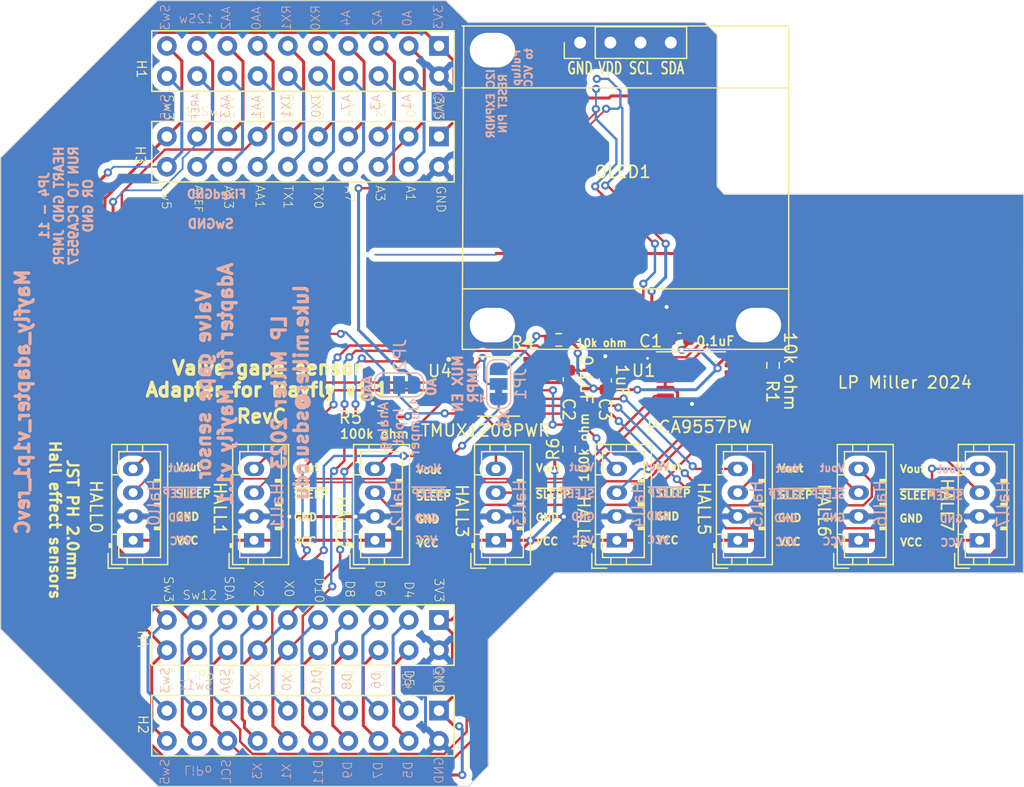
<source format=kicad_pcb>
(kicad_pcb (version 20221018) (generator pcbnew)
  (title_block (title "Mayfly gape adapter") (date "2024-08-13") (rev "C") (comment 1 "Designed for Mayfly board v1.1"))
  (layers (0 "F.Cu" signal) (31 "B.Cu" signal) (34 "B.Paste" user) (35 "F.Paste" user) (36 "B.SilkS" user "B.Silkscreen") (37 "F.SilkS" user "F.Silkscreen") (38 "B.Mask" user) (39 "F.Mask" user) (44 "Edge.Cuts" user))
  (net 0 "")
  (net 1 "3.3V")
  (net 2 "/A0")
  (net 3 "/A2")
  (net 4 "/A4")
  (net 5 "/RXD0")
  (net 6 "/RXD1")
  (net 7 "/AIN0")
  (net 8 "/AIN2")
  (net 9 "/12V_SW")
  (net 10 "/3.3V_SW")
  (net 11 "/5V_SW")
  (net 12 "/AREF")
  (net 13 "/AIN3")
  (net 14 "/AIN1")
  (net 15 "/TXD1")
  (net 16 "/TXD0")
  (net 17 "/A7")
  (net 18 "/A3")
  (net 19 "/A1")
  (net 20 "GND")
  (net 21 "/D4")
  (net 22 "/D6")
  (net 23 "/D8")
  (net 24 "/D10")
  (net 25 "/X1")
  (net 26 "/X3")
  (net 27 "/SDA")
  (net 28 "/V_BATT")
  (net 29 "/SCL")
  (net 30 "/X2")
  (net 31 "/D11")
  (net 32 "/D9")
  (net 33 "/D7")
  (net 34 "/D5")
  (net 35 "/HALL0_~{SLEEP}")
  (net 36 "/HALL0_OUT")
  (net 37 "/HALL1_~{SLEEP}")
  (net 38 "/HALL1_OUT")
  (net 39 "/HALL2_~{SLEEP}")
  (net 40 "/HALL2_OUT")
  (net 41 "/HALL3_~{SLEEP}")
  (net 42 "/HALL3_OUT")
  (net 43 "/HALL4_~{SLEEP}")
  (net 44 "/HALL4_OUT")
  (net 45 "/HALL5_~{SLEEP}")
  (net 46 "/HALL5_OUT")
  (net 47 "/HALL6_~{SLEEP}")
  (net 48 "/HALL6_OUT")
  (net 49 "/HALL7_~{SLEEP}")
  (net 50 "/HALL7_OUT")
  (net 51 "Net-(JP1-C)")
  (net 52 "Net-(JP1-B)")
  (net 53 "Net-(U1-~{RESET})")
  (net 55 "/X0")
  (net 56 "/AOUT")
  (footprint "Resistor_SMD:R_0603_1608Metric" (layer "F.Cu") (at 135.075 113.4604 180)
    (fp_text reference "R5")
    (fp_text value "100k ohm")
  )
  (footprint "Mayfly_v1p0_revA3_public:H2X10-2.54" (layer "F.Cu") (at 128.5494 91.1606 -90)
    (fp_text reference "H3")
    (fp_text value "2X10P-2.54" hide)
  )
  (footprint "OLED_screen:Display_128x64_096_I2C" (layer "F.Cu") (at 155.645 81.9904)
    (fp_text reference "OLED1")
    (fp_text value "OLED_0.96_I2CGND_PIN1_SMALL")
  )
  (footprint "Connectors_JST:JST_PH_B4B-PH-K_04x2.00mm_Straight" (layer "F.Cu") (at 185.4034 123.8278 90)
    (fp_text reference "HALL7")
    (fp_text value "1x4-2.0MM" hide)
  )
  (footprint "Capacitor_SMD:C_0603_1608Metric" (layer "F.Cu") (at 153.9494 110.3884 90)
    (fp_text reference "C3")
    (fp_text value "1uF")
  )
  (footprint "Resistor_SMD:R_0603_1608Metric" (layer "F.Cu") (at 168.0464 109.1184 -90)
    (fp_text reference "R1")
    (fp_text value "10k ohm")
  )
  (footprint "Connectors_JST:JST_PH_B4B-PH-K_04x2.00mm_Straight" (layer "F.Cu") (at 144.7634 123.8278 90)
    (fp_text reference "HALL3")
    (fp_text value "1x4-2.0MM" hide)
  )
  (footprint "Connectors_JST:JST_PH_B4B-PH-K_04x2.00mm_Straight" (layer "F.Cu") (at 154.9234 123.8278 90)
    (fp_text reference "HALL4")
    (fp_text value "1x4-2.0MM" hide)
  )
  (footprint "Resistor_SMD:R_0603_1608Metric" (layer "F.Cu") (at 150.045 106.9848 180)
    (fp_text reference "R4")
    (fp_text value "10k ohm")
  )
  (footprint "Connectors_JST:JST_PH_B4B-PH-K_04x2.00mm_Straight" (layer "F.Cu") (at 124.4434 123.8278 90)
    (fp_text reference "HALL1")
    (fp_text value "1x4-2.0MM" hide)
  )
  (footprint "Resistor_SMD:R_0603_1608Metric" (layer "F.Cu") (at 150.905 116.1604 -90)
    (fp_text reference "R6")
    (fp_text value "100k ohm")
  )
  (footprint "TMUX1208PWR:SOP65P640X120-16N" (layer "F.Cu") (at 144.9846 110.8964)
    (fp_text reference "U4")
    (fp_text value "TMUX1208PWR")
  )
  (footprint "Mayfly_v1p0_revA3_public:H2X10-2.54" (layer "F.Cu") (at 128.5494 83.5406 -90)
    (fp_text reference "H1")
    (fp_text value "2X10P-2.54" hide)
  )
  (footprint "Connectors_JST:JST_PH_B4B-PH-K_04x2.00mm_Straight" (layer "F.Cu") (at 134.6034 123.8278 90)
    (fp_text reference "HALL2")
    (fp_text value "1x4-2.0MM" hide)
  )
  (footprint "Mayfly_v1p0_revA3_public:H2X10-2.54" (layer "F.Cu") (at 128.5494 139.4206 -90)
    (fp_text reference "H2")
    (fp_text value "2X10P-2.54" hide)
  )
  (footprint "Package_SO:TSSOP-16_4.4x5mm_P0.65mm" (layer "F.Cu") (at 161.8488 110.7186)
    (fp_text reference "U1")
    (fp_text value "PCA9557PW")
  )
  (footprint "Connectors_JST:JST_PH_B4B-PH-K_04x2.00mm_Straight" (layer "F.Cu") (at 175.2434 123.8278 90)
    (fp_text reference "HALL6")
    (fp_text value "1x4-2.0MM" hide)
  )
  (footprint "Mayfly_v1p0_revA3_public:H2X10-2.54" (layer "F.Cu") (at 128.5494 131.8006 -90)
    (fp_text reference "H4")
    (fp_text value "2X10P-2.54" hide)
  )
  (footprint "Capacitor_SMD:C_0603_1608Metric" (layer "F.Cu") (at 150.9268 110.3122 90)
    (fp_text reference "C2")
    (fp_text value "0.1uF")
  )
  (footprint "Connectors_JST:JST_PH_B4B-PH-K_04x2.00mm_Straight" (layer "F.Cu") (at 114.2834 123.8278 90)
    (fp_text reference "HALL0")
    (fp_text value "1x4-2.0MM" hide)
  )
  (footprint "Connectors_JST:JST_PH_B4B-PH-K_04x2.00mm_Straight" (layer "F.Cu") (at 165.0834 123.8278 90)
    (fp_text reference "HALL5")
    (fp_text value "1x4-2.0MM" hide)
  )
  (footprint "Capacitor_SMD:C_0603_1608Metric" (layer "F.Cu") (at 160.1724 106.934 180)
    (fp_text reference "C1")
    (fp_text value "0.1uF")
  )
  (footprint "Jumper:SolderJumper-3_P1.3mm_Bridged12_RoundedPad1.0x1.5mm" (layer "B.Cu") (at 136.622 110.7694 180)
    (fp_text reference "JP2")
    (fp_text value "Jumper_3_Bridged12" hide)
  )
  (footprint "Jumper:SolderJumper-3_P1.3mm_Bridged12_RoundedPad1.0x1.5mm" (layer "B.Cu") (at 144.9931 110.6932 90)
    (fp_text reference "JP1")
    (fp_text value "Jumper_3_Bridged12" hide)
  )
  (gr_poly (pts (xy 142.4178 80.2894) (xy 162.306 80.2894) (xy 163.3474 81.3308) (xy 163.3474 94.0816) (xy 163.9316 94.742) (xy 189.103 94.742) (xy 189.0776 126.5682) (xy 149.7076 126.5682) (xy 144.1196 132.1562) (xy 144.1196 142.8242) (xy 142.4432 144.526) (xy 116.3828 144.526) (xy 103.1494 131.2926) (xy 103.1494 91.6686) (xy 116.332 78.4606) (xy 140.5636 78.4606)) (stroke (width 0.1)) (fill none) (layer "Edge.Cuts"))
  (gr_text "Valve gape sensor\nAdapter for Mayfly v1.1" (at 121.1326 110.7186 90) (layer "B.SilkS") (effects (font (size 1.143 1.143) (thickness 0.28575)) (justify mirror)))
  (gr_text "Sw5" (at 117.3988 142.1384 90) (layer "B.SilkS") (effects (font (size 0.747776 0.747776) (thickness 0.065024)) (justify left bottom mirror)))
  (gr_text "A0" (at 139.319 110.9472 90) (layer "B.SilkS") (effects (font (size 0.8128 0.8128) (thickness 0.2032)) (justify mirror)))
  (gr_text "GND" (at 138.9126 121.9708) (layer "B.SilkS") (effects (font (size 0.635 0.635)) (justify mirror)))
  (gr_text "~{SLEEP}" (at 169.1132 120.0404) (layer "B.SilkS") (effects (font (size 0.635 0.635)) (justify mirror)))
  (gr_text "Hall2" (at 136.465 120.7104 90) (layer "B.SilkS") (effects (font (size 1 1)) (justify mirror)))
  (gr_text "~{SLEEP}" (at 182.5498 120.0912) (layer "B.SilkS") (effects (font (size 0.635 0.635)) (justify mirror)))
  (gr_text "~{SLEEP}" (at 158.9532 119.888) (layer "B.SilkS") (effects (font (size 0.635 0.635)) (justify mirror)))
  (gr_text "D6" (at 135.128 134.8486 -270) (layer "B.SilkS") (effects (font (size 0.747776 0.747776) (thickness 0.065024)) (justify left bottom mirror)))
  (gr_text "Hall4" (at 156.718 120.8532 90) (layer "B.SilkS") (effects (font (size 1 1)) (justify mirror)))
  (gr_text "Sw5" (at 117.4242 86.2584 90) (layer "B.SilkS") (effects (font (size 0.747776 0.747776) (thickness 0.065024)) (justify left bottom mirror)))
  (gr_text "Vout" (at 139.065 117.7798) (layer "B.SilkS") (effects (font (size 0.635 0.635)) (justify mirror)))
  (gr_text "Mayfly_adapter_v1p1_revC" (at 104.995 112.2004 90) (layer "B.SilkS") (effects (font (size 1.143 1.143) (thickness 0.28575)) (justify mirror)))
  (gr_text "GND" (at 183.0324 122.0216) (layer "B.SilkS") (effects (font (size 0.635 0.635)) (justify mirror)))
  (gr_text "X2" (at 124.9426 134.9756 -270) (layer "B.SilkS") (effects (font (size 0.747776 0.747776) (thickness 0.065024)) (justify left bottom mirror)))
  (gr_text "~{SLEEP}" (at 151.5872 119.9134) (layer "B.SilkS") (effects (font (size 0.635 0.635)) (justify mirror)))
  (gr_text "AA1" (at 125.0696 86.36 90) (layer "B.SilkS") (effects (font (size 0.747776 0.747776) (thickness 0.065024)) (justify left bottom mirror)))
  (gr_text "12Sw" (at 121.0818 80.4164) (layer "B.SilkS") (effects (font (size 0.747776 0.747776) (thickness 0.065024)) (justify left bottom mirror)))
  (gr_text "Hall7" (at 187.3758 120.777 90) (layer "B.SilkS") (effects (font (size 1 1)) (justify mirror)))
  (gr_text "RX1" (at 127.6096 78.7908 90) (layer "B.SilkS") (effects (font (size 0.747776 0.747776) (thickness 0.065024)) (justify left bottom mirror)))
  (gr_text "D11" (at 130.2766 142.2146 90) (layer "B.SilkS") (effects (font (size 0.747776 0.747776) (thickness 0.065024)) (justify left bottom mirror)))
  (gr_text "A3" (at 135.1026 86.3092 90) (layer "B.SilkS") (effects (font (size 0.747776 0.747776) (thickness 0.065024)) (justify left bottom mirror)))
  (gr_text "GND" (at 169.1132 121.9708) (layer "B.SilkS") (effects (font (size 0.635 0.635)) (justify mirror)))
  (gr_text "GND" (at 118.2116 121.92) (layer "B.SilkS") (effects (font (size 0.635 0.635)) (justify mirror)))
  (gr_text "AA3" (at 122.4788 86.3092 90) (layer "B.SilkS") (effects (font (size 0.747776 0.747776) (thickness 0.065024)) (justify left bottom mirror)))
  (gr_text "Vout" (at 118.2878 117.7544) (layer "B.SilkS") (effects (font (size 0.635 0.635)) (justify mirror)))
  (gr_text "Vout" (at 151.9682 117.6782) (layer "B.SilkS") (effects (font (size 0.635 0.635)) (justify mirror)))
  (gr_text "X0" (at 127.635 135.0518 -270) (layer "B.SilkS") (effects (font (size 0.747776 0.747776) (thickness 0.065024)) (justify left bottom mirror)))
  (gr_text "RX0" (at 130.048 78.7908 90) (layer "B.SilkS") (effects (font (size 0.747776 0.747776) (thickness 0.065024)) (justify left bottom mirror)))
  (gr_text "Hall3" (at 146.765 120.6904 90) (layer "B.SilkS") (effects (font (size 1 1)) (justify mirror)))
  (gr_text "~{SLEEP}" (at 118.2116 119.9134) (layer "B.SilkS") (effects (font (size 0.635 0.635)) (justify mirror)))
  (gr_text "TX1" (at 127.5588 86.3092 90) (layer "B.SilkS") (effects (font (size 0.747776 0.747776) (thickness 0.065024)) (justify left bottom mirror)))
  (gr_text "A1" (at 137.6934 86.2838 90) (layer "B.SilkS") (effects (font (size 0.747776 0.747776) (thickness 0.065024)) (justify left bottom mirror)))
  (gr_text "SwGND" (at 120.8024 97.2312) (layer "B.SilkS") (effects (font (size 0.762 0.762) (thickness 0.1905)) (justify mirror)))
  (gr_text "A0" (at 137.7442 79.248 90) (layer "B.SilkS") (effects (font (size 0.747776 0.747776) (thickness 0.065024)) (justify left bottom mirror)))
  (gr_text "SCL" (at 122.555 142.1892 90) (layer "B.SilkS") (effects (font (size 0.747776 0.747776) (thickness 0.065024)) (justify left bottom mirror)))
  (gr_text "X3" (at 125.1712 142.4686 90) (layer "B.SilkS") (effects (font (size 0.747776 0.747776) (thickness 0.065024)) (justify left bottom mirror)))
  (gr_text "~{SLEEP}" (at 139.1158 119.888) (layer "B.SilkS") (effects (font (size 0.635 0.635)) (justify mirror)))
  (gr_text "Vout" (at 173.0248 117.7544) (layer "B.SilkS") (effects (font (size 0.635 0.635)) (justify mirror)))
  (gr_text "Analog \nInput \nJumper\n" (at 136.6012 114.554 90) (layer "B.SilkS") (effects (font (size 0.8128 0.8128)) (justify mirror)))
  (gr_text "SDA" (at 122.4788 134.5692 -270) (layer "B.SilkS") (effects (font (size 0.747776 0.747776) (thickness 0.065024)) (justify left bottom mirror)))
  (gr_text "Vout" (at 158.2928 117.6274) (layer "B.SilkS") (effects (font (size 0.635 0.635)) (justify mirror)))
  (gr_text "Sw12" (at 121.031 136.4488) (layer "B.SilkS") (effects (font (size 0.747776 0.747776) (thickness 0.065024)) (justify left bottom mirror)))
  (gr_text "VCC" (at 118.2878 123.9012) (layer "B.SilkS") (effects (font (size 0.635 0.635)) (justify mirror)))
  (gr_text "VCC" (at 158.3944 123.7996) (layer "B.SilkS") (effects (font (size 0.635 0.635)) (justify mirror)))
  (gr_text "AA2" (at 122.5296 78.8924 90) (layer "B.SilkS") (effects (font (size 0.747776 0.747776) (thickness 0.065024)) (justify left bottom mirror)))
  (gr_text "Sw3" (at 117.4242 134.4676 -270) (layer "B.SilkS") (effects (font (size 0.747776 0.747776) (thickness 0.065024)) (justify left bottom mirror)))
  (gr_text "D5" (at 137.8204 142.367 90) (layer "B.SilkS") (effects (font (size 0.747776 0.747776) (thickness 0.065024)) (justify left bottom mirror)))
  (gr_text "MUX EN\nJMPR" (at 142.2146 110.6678 90) (layer "B.SilkS") (effects (font (size 0.8128 0.8128) (thickness 0.2032)) (justify mirror)))
  (gr_text "I2C EXPNDR\nRESET PIN" (at 144.8308 87.122 90) (layer "B.SilkS") (effects (font (size 0.635 0.635) (thickness 0.15875)) (justify mirror)))
  (gr_text "A4" (at 132.588 79.2226 90) (layer "B.SilkS") (effects (font (size 0.747776 0.747776) (thickness 0.065024)) (justify left bottom mirror)))
  (gr_text "GND" (at 173.1264 121.92) (layer "B.SilkS") (effects (font (size 0.635 0.635)) (justify mirror)))
  (gr_text "VCC" (at 173.1264 123.9266) (layer "B.SilkS") (effects (font (size 0.635 0.635)) (justify mirror)))
  (gr_text "AREF" (at 119.888 86.1822 90) (layer "B.SilkS") (effects (font (size 0.635 0.635) (thickness 0.065024)) (justify left bottom mirror)))
  (gr_text "Vout" (at 182.9308 117.856) (layer "B.SilkS") (effects (font (size 0.635 0.635)) (justify mirror)))
  (gr_text "~{SLEEP}" (at 172.6438 119.9896) (layer "B.SilkS") (effects (font (size 0.635 0.635)) (justify mirror)))
  (gr_text "VCC" (at 138.8872 123.825) (layer "B.SilkS") (effects (font (size 0.635 0.635)) (justify mirror)))
  (gr_text "X3" (at 145.4404 113.6396 90) (layer "B.SilkS") (effects (font (size 0.8128 0.8128) (thickness 0.2032)) (justify mirror)))
  (gr_text "VCC" (at 183.0324 124.0282) (layer "B.SilkS") (effects (font (size 0.635 0.635)) (justify mirror)))
  (gr_text "JP4 - 11\nHEART GND JMPR\nRUN TO PCA9557\nOR GND" (at 108.6612 95.7072 90) (layer "B.SilkS") (effects (font (size 0.762 0.762) (thickness 0.1905)) (justify mirror)))
  (gr_text "D10" (at 130.0988 134.5946 -270) (layer "B.SilkS") (effects (font (size 0.747776 0.747776) (thickness 0.065024)) (justify left bottom mirror)))
  (gr_text "FixedGND" (at 121.285 94.742) (layer "B.SilkS") (effects (font (size 0.7112 0.7112) (thickness 0.1778)) (justify mirror)))
  (gr_text "D7" (at 135.3058 142.3924 90) (layer "B.SilkS") (effects (font (size 0.747776 0.747776) (thickness 0.065024)) (justify left bottom mirror)))
  (gr_text "VCC" (at 169.1386 123.9774) (layer "B.SilkS") (effects (font (size 0.635 0.635)) (justify mirror)))
  (gr_text "Hall1" (at 126.405 120.9704 90) (layer "B.SilkS") (effects (font (size 1 1)) (justify mirror)))
  (gr_text "D8" (at 132.6896 134.9248 -270) (layer "B.SilkS") (effects (font (size 0.747776 0.747776) (thickness 0.065024)) (justify left bottom mirror)))
  (gr_text "3V3" (at 140.3604 78.7654 90) (layer "B.SilkS") (effects (font (size 0.747776 0.747776) (thickness 0.065024)) (justify left bottom mirror)))
  (gr_text "LiPo" (at 118.5164 142.7226 180) (layer "B.SilkS") (effects (font (size 0.747776 0.747776) (thickness 0.065024)) (justify left bottom mirror)))
  (gr_text "D9" (at 132.7404 142.367 90) (layer "B.SilkS") (effects (font (size 0.747776 0.747776) (thickness 0.065024)) (justify left bottom mirror)))
  (gr_text "X1" (at 127.6096 142.5448 90) (layer "B.SilkS") (effects (font (size 0.747776 0.747776) (thickness 0.065024)) (justify left bottom mirror)))
  (gr_text "A2" (at 135.2296 79.1972 90) (layer "B.SilkS") (effects (font (size 0.747776 0.747776) (thickness 0.065024)) (justify left bottom mirror)))
  (gr_text "GND" (at 140.4112 141.986 90) (layer "B.SilkS") (effects (font (size 0.747776 0.747776) (thickness 0.065024)) (justify left bottom mirror)))
  (gr_text "AA0" (at 125.0696 78.9178 90) (layer "B.SilkS") (effects (font (size 0.747776 0.747776) (thickness 0.065024)) (justify left bottom mirror)))
  (gr_text "GND" (at 158.3944 121.793) (layer "B.SilkS") (effects (font (size 0.635 0.635)) (justify mirror)))
  (gr_text "Sw3" (at 117.4242 78.7146 90) (layer "B.SilkS") (effects (font (size 0.747776 0.747776) (thickness 0.065024)) (justify left bottom mirror)))
  (gr_text "VCC" (at 152.0698 123.8504) (layer "B.SilkS") (effects (font (size 0.635 0.635)) (justify mirror)))
  (gr_text "TX0" (at 130.0988 86.2838 90) (layer "B.SilkS") (effects (font (size 0.747776 0.747776) (thickness 0.065024)) (justify left bottom mirror)))
  (gr_text "Vout" (at 169.3164 117.8052) (layer "B.SilkS") (effects (font (size 0.635 0.635)) (justify mirror)))
  (gr_text "Pullup\nto VCC" (at 146.9898 84.0994 90) (layer "B.SilkS") (effects (font (size 0.635 0.635) (thickness 0.15875)) (justify mirror)))
  (gr_text "3V3" (at 140.3604 134.5184 -270) (layer "B.SilkS") (effects (font (size 0.747776 0.747776) (thickness 0.065024)) (justify left bottom mirror)))
  (gr_text "A7" (at 132.6388 86.3092 90) (layer "B.SilkS") (effects (font (size 0.747776 0.747776) (thickness 0.065024)) (justify left bottom mirror)))
  (gr_text "D4" (at 137.7442 134.8994 90) (layer "B.SilkS") (effects (font (size 0.747776 0.747776) (thickness 0.065024)) (justify left bottom mirror)))
  (gr_text "LP Miller 2023\nluke.miller@sdsu.edu" (at 127.4826 111.4044 90) (layer "B.SilkS") (effects (font (size 1.143 1.143) (thickness 0.28575)) (justify mirror)))
  (gr_text "GND" (at 140.3604 86.106 90) (layer "B.SilkS") (effects (font (size 0.747776 0.747776) (thickness 0.065024)) (justify left bottom mirror)))
  (gr_text "Hall6" (at 177.055 120.7404 90) (layer "B.SilkS") (effects (font (size 1 1)) (justify mirror)))
  (gr_text "Hall0" (at 116.035 120.6604 90) (layer "B.SilkS") (effects (font (size 1 1)) (justify mirror)))
  (gr_text "AA0" (at 133.9596 111.0996 90) (layer "B.SilkS") (effects (font (size 0.8128 0.8128) (thickness 0.2032)) (justify mirror)))
  (gr_text "Hall5" (at 166.6494 120.777 90) (layer "B.SilkS") (effects (font (size 1 1)) (justify mirror)))
  (gr_text "GND" (at 152.0698 121.8438) (layer "B.SilkS") (effects (font (size 0.635 0.635)) (justify mirror)))
  (gr_text "GND" (at 118.8466 121.8438) (layer "F.SilkS") (effects (font (size 0.635 0.635))))
  (gr_text "Vout" (at 118.9482 117.6782) (layer "F.SilkS") (effects (font (size 0.635 0.635))))
  (gr_text "D6" (at 134.5946 127.127 270) (layer "F.SilkS") (effects (font (size 0.747776 0.747776) (thickness 0.065024)) (justify left bottom)))
  (gr_text "SDA" (at 121.92 126.7714 270) (layer "F.SilkS") (effects (font (size 0.747776 0.747776) (thickness 0.065024)) (justify left bottom)))
  (gr_text "A1" (at 137.16 93.9546 270) (layer "F.SilkS") (effects (font (size 0.747776 0.747776) (thickness 0.065024)) (justify left bottom)))
  (gr_text "." (at 157.5054 108.1278) (layer "F.SilkS") (effects (font (size 1 1))))
  (gr_text "~{SLEEP}" (at 139.5222 120.142) (layer "F.SilkS") (effects (font (size 0.635 0.635))))
  (gr_text "3V3" (at 139.5476 86.4108 270) (layer "F.SilkS") (effects (font (size 0.747776 0.747776) (thickness 0.065024)) (justify left bottom)))
  (gr_text "Sw3" (at 116.84 86.3092 270) (layer "F.SilkS") (effects (font (size 0.747776 0.747776) (thickness 0.065024)) (justify left bottom)))
  (gr_text "X3" (at 124.333 134.5692 270) (layer "F.SilkS") (effects (font (size 0.747776 0.747776) (thickness 0.065024)) (justify left bottom)))
  (gr_text "LP Miller 2024" (at 179.1208 110.5662) (layer "F.SilkS") (effects (font (size 1 1))))
  (gr_text "3V3" (at 139.5476 126.9492 270) (layer "F.SilkS") (effects (font (size 0.747776 0.747776) (thickness 0.065024)) (justify left bottom)))
  (gr_text "A2" (at 134.62 86.8934 270) (layer "F.SilkS") (effects (font (size 0.747776 0.747776) (thickness 0.065024)) (justify left bottom)))
  (gr_text "VCC" (at 139.0396 124.079) (layer "F.SilkS") (effects (font (size 0.635 0.635))))
  (gr_text "VCC" (at 149.0726 123.9266) (layer "F.SilkS") (effects (font (size 0.635 0.635))))
  (gr_text "SCL" (at 121.793 134.493 270) (layer "F.SilkS") (effects (font (size 0.747776 0.747776) (thickness 0.065024)) (justify left bottom)))
  (gr_text "~{SLEEP}" (at 149.5552 119.9896) (layer "F.SilkS") (effects (font (size 0.635 0.635))))
  (gr_text "D7" (at 134.493 134.6708 270) (layer "F.SilkS") (effects (font (size 0.747776 0.747776) (thickness 0.065024)) (justify left bottom)))
  (gr_text "AREF" (at 119.4054 93.9292 270) (layer "F.SilkS") (effects (font (size 0.635 0.635) (thickness 0.065024)) (justify left bottom)))
  (gr_text "D10" (at 129.4892 126.8984 270) (layer "F.SilkS") (effects (font (size 0.747776 0.747776) (thickness 0.065024)) (justify left bottom)))
  (gr_text "A4" (at 132.1054 86.868 270) (layer "F.SilkS") (effects (font (size 0.747776 0.747776) (thickness 0.065024)) (justify left bottom)))
  (gr_text "GND" (at 159.1818 121.8184) (layer "F.SilkS") (effects (font (size 0.635 0.635))))
  (gr_text "RX0" (at 129.4384 86.2584 270) (layer "F.SilkS") (effects (font (size 0.747776 0.747776) (thickness 0.065024)) (justify left bottom)))
  (gr_text "~{SLEEP}" (at 159.6644 119.888) (layer "F.SilkS") (effects (font (size 0.635 0.635))))
  (gr_text "D4" (at 137.033 127.2286 270) (layer "F.SilkS") (effects (font (size 0.747776 0.747776) (thickness 0.065024)) (justify left bottom)))
  (gr_text "Vout" (at 128.8542 117.729) (layer "F.SilkS") (effects (font (size 0.635 0.635))))
  (gr_text "D5" (at 137.033 134.6708 270) (layer "F.SilkS") (effects (font (size 0.747776 0.747776) (thickness 0.065024)) (justify left bottom)))
  (gr_text "GND" (at 139.573 134.3406 270) (layer "F.SilkS") (effects (font (size 0.747776 0.747776) (thickness 0.065024)) (justify left bottom)))
  (gr_text "VCC" (at 159.1818 123.825) (layer "F.SilkS") (effects (font (size 0.635 0.635))))
  (gr_text "GND" (at 169.4434 121.9454) (layer "F.SilkS") (effects (font (size 0.635 0.635))))
  (gr_text "Sw12" (at 118.3894 128.8796) (layer "F.SilkS") (effects (font (size 0.747776 0.747776) (thickness 0.065024)) (justify left bottom)))
  (gr_text "TX1" (at 126.873 93.9292 270) (layer "F.SilkS") (effects (font (size 0.747776 0.747776) (thickness 0.065024)) (justify left bottom)))
  (gr_text "AA2" (at 121.92 86.4108 270) (layer "F.SilkS") (effects (font (size 0.747776 0.747776) (thickness 0.065024)) (justify left bottom)))
  (gr_text "VCC" (at 169.4434 123.952) (layer "F.SilkS") (effects (font (size 0.635 0.635))))
  (gr_text "Sw5" (at 116.6368 93.7768 270) (layer "F.SilkS") (effects (font (size 0.747776 0.747776) (thickness 0.065024)) (justify left bottom)))
  (gr_text "~{SLEEP}" (at 119.3292 119.9134) (layer "F.SilkS") (effects (font (size 0.635 0.635))))
  (gr_text "Vout" (at 149.1742 117.7544) (layer "F.SilkS") (effects (font (size 0.635 0.635))))
  (gr_text "Valve gape sensor\nAdapter for Mayfly v1.1" (at 125.5522 110.2614) (layer "F.SilkS") (effects (font (size 1.143 1.143) (thickness 0.28575))))
  (gr_text "Vout" (at 139.1412 117.9068) (layer "F.SilkS") (effects (font (size 0.635 0.635))))
  (gr_text "Vout" (at 179.7558 117.8306) (layer "F.SilkS") (effects (font (size 0.635 0.635))))
  (gr_text "Sw3" (at 116.8146 126.7968 270) (layer "F.SilkS") (effects (font (size 0.747776 0.747776) (thickness 0.065024)) (justify left bottom)))
  (gr_text "AA0" (at 124.46 86.4108 270) (layer "F.SilkS") (effects (font (size 0.747776 0.747776) (thickness 0.065024)) (justify left bottom)))
  (gr_text "TX0" (at 129.413 93.9546 270) (layer "F.SilkS") (effects (font (size 0.747776 0.747776) (thickness 0.065024)) (justify left bottom)))
  (gr_text "X1" (at 126.873 134.5438 270) (layer "F.SilkS") (effects (font (size 0.747776 0.747776) (thickness 0.065024)) (justify left bottom)))
  (gr_text "AA3" (at 121.8692 93.9546 270) (layer "F.SilkS") (effects (font (size 0.747776 0.747776) (thickness 0.065024)) (justify left bottom)))
  (gr_text "GND" (at 128.7526 121.8946) (layer "F.SilkS") (effects (font (size 0.635 0.635))))
  (gr_text "VCC" (at 128.7526 123.9012) (layer "F.SilkS") (effects (font (size 0.635 0.635))))
  (gr_text "A3" (at 134.5946 93.9546 270) (layer "F.SilkS") (effects (font (size 0.747776 0.747776) (thickness 0.065024)) (justify left bottom)))
  (gr_text "Sw5" (at 116.713 134.3406 270) (layer "F.SilkS") (effects (font (size 0.747776 0.747776) (thickness 0.065024)) (justify left bottom)))
  (gr_text "JST PH 2.0mm\nHall effect sensors" (at 108.458 122.1232 270) (layer "F.SilkS") (effects (font (size 0.9144 0.9144) (thickness 0.2032))))
  (gr_text "D9" (at 131.953 134.6708 270) (layer "F.SilkS") (effects (font (size 0.747776 0.747776) (thickness 0.065024)) (justify left bottom)))
  (gr_text "~{SLEEP}" (at 129.2352 119.9642) (layer "F.SilkS") (effects (font (size 0.635 0.635))))
  (gr_text "VCC" (at 118.8466 123.8504) (layer "F.SilkS") (effects (font (size 0.635 0.635))))
  (gr_text "GND" (at 149.0726 121.92) (layer "F.SilkS") (effects (font (size 0.635 0.635))))
  (gr_text "X0" (at 126.9492 127.1524 270) (layer "F.SilkS") (effects (font (size 0.747776 0.747776) (thickness 0.065024)) (justify left bottom)))
  (gr_text "Vout" (at 159.2834 117.6528) (layer "F.SilkS") (effects (font (size 0.635 0.635))))
  (gr_text "GND" (at 139.0396 122.0724) (layer "F.SilkS") (effects (font (size 0.635 0.635))))
  (gr_text "A0" (at 137.16 86.9188 270) (layer "F.SilkS") (effects (font (size 0.747776 0.747776) (thickness 0.065024)) (justify left bottom)))
  (gr_text "~{SLEEP}" (at 169.926 120.015) (layer "F.SilkS") (effects (font (size 0.635 0.635))))
  (gr_text "LiPo" (at 118.6942 135.636) (layer "F.SilkS") (effects (font (size 0.747776 0.747776) (thickness 0.065024)) (justify left bottom)))
  (gr_text "Vout" (at 169.545 117.7798) (layer "F.SilkS") (effects (font (size 0.635 0.635))))
  (gr_text "A7" (at 132.0292 94.0054 270) (layer "F.SilkS") (effects (font (size 0.747776 0.747776) (thickness 0.065024)) (justify left bottom)))
  (gr_text "X2" (at 124.3838 127.1524 270) (layer "F.SilkS") (effects (font (size 0.747776 0.747776) (thickness 0.065024)) (justify left bottom)))
  (gr_text "GND" (at 179.6542 121.9962) (layer "F.SilkS") (effects (font (size 0.635 0.635))))
  (gr_text "VCC" (at 179.6542 124.0028) (layer "F.SilkS") (effects (font (size 0.635 0.635))))
  (gr_text "12Sw" (at 118.5164 88.2142) (layer "F.SilkS") (effects (font (size 0.747776 0.747776) (thickness 0.065024)) (justify left bottom)))
  (gr_text "RX1" (at 126.9238 86.233 270) (layer "F.SilkS") (effects (font (size 0.747776 0.747776) (thickness 0.065024)) (justify left bottom)))
  (gr_text "AA1" (at 124.5108 93.9038 270) (layer "F.SilkS") (effects (font (size 0.747776 0.747776) (thickness 0.065024)) (justify left bottom)))
  (gr_text "RevC" (at 125.0696 113.411) (layer "F.SilkS") (effects (font (size 1.143 1.143) (thickness 0.254))))
  (gr_text "D11" (at 129.413 134.3406 270) (layer "F.SilkS") (effects (font (size 0.747776 0.747776) (thickness 0.065024)) (justify left bottom)))
  (gr_text "D8" (at 132.0546 127.1524 270) (layer "F.SilkS") (effects (font (size 0.747776 0.747776) (thickness 0.065024)) (justify left bottom)))
  (gr_text "GND" (at 139.7 93.98 270) (layer "F.SilkS") (effects (font (size 0.747776 0.747776) (thickness 0.065024)) (justify left bottom)))
  (gr_text "~{SLEEP}" (at 180.1368 120.0658) (layer "F.SilkS") (effects (font (size 0.635 0.635))))
  (segment (start 141.675 139.4604) (end 141.2892 139.4604) (width 0.254) (layer "F.Cu") (net 1))
  (segment (start 161.9174 83.853) (end 161.9174 81.8312) (width 0.254) (layer "F.Cu") (net 1))
  (segment (start 138.8491 81.1403) (end 116.2177 81.1403) (width 0.254) (layer "F.Cu") (net 1))
  (segment (start 110.6424 135.8392) (end 118.364 143.5608) (width 0.254) (layer "F.Cu") (net 1))
  (segment (start 149.7076 116.5328) (end 150.905 115.3354) (width 0.254) (layer "F.Cu") (net 1))
  (segment (start 145.6822 85.6234) (end 150.4318 85.6234) (width 0.254) (layer "F.Cu") (net 1))
  (segment (start 154.268487 86.6521) (end 151.4605 86.6521) (width 0.254) (layer "F.Cu") (net 1))
  (segment (start 151.3716 88.4936) (end 151.3716 86.5632) (width 0.254) (layer "F.Cu") (net 1))
  (segment (start 116.2177 81.1403) (end 110.6424 86.7156) (width 0.254) (layer "F.Cu") (net 1))
  (segment (start 161.9174 81.8312) (end 161.862 81.7758) (width 0.254) (layer "F.Cu") (net 1))
  (segment (start 167.8894 108.4504) (end 164.7181 108.4504) (width 0.254) (layer "F.Cu") (net 1))
  (segment (start 149.7076 117.983) (end 149.7076 116.967) (width 0.254) (layer "F.Cu") (net 1))
  (segment (start 152.3238 111.0742) (end 152.3108 111.0872) (width 0.254) (layer "F.Cu") (net 1))
  (segment (start 164.051326 108.4436) (end 164.7113 108.4436) (width 0.254) (layer "F.Cu") (net 1))
  (segment (start 147.665 123.8804) (end 141.0148 130.5306) (width 0.254) (layer "F.Cu") (net 1))
  (segment (start 147.8546 110.5714) (end 150.411 110.5714) (width 0.254) (layer "F.Cu") (net 1))
  (segment (start 147.665 123.8604) (end 147.665 123.8804) (width 0.254) (layer "F.Cu") (net 1))
  (segment (start 157.5046 81.7758) (end 156.578 82.7024) (width 0.254) (layer "F.Cu") (net 1))
  (segment (start 139.9794 82.2706) (end 138.8491 81.1403) (width 0.254) (layer "F.Cu") (net 1))
  (segment (start 165.924091 99.719491) (end 166.185 99.9804) (width 0.254) (layer "F.Cu") (net 1))
  (segment (start 144.7634 123.8278) (end 154.9234 123.8278) (width 0.254) (layer "F.Cu") (net 1))
  (segment (start 141.1097 137.0203) (end 141.1097 131.6609) (width 0.254) (layer "F.Cu") (net 1))
  (segment (start 144.78 99.719491) (end 154.94 99.719491) (width 0.254) (layer "F.Cu") (net 1))
  (segment (start 160.9474 106.934) (end 160.9474 107.24297) (width 0.254) (layer "F.Cu") (net 1))
  (segment (start 155.6081 86.4772) (end 154.443387 86.4772) (width 0.254) (layer "F.Cu") (net 1))
  (segment (start 154.94 99.719491) (end 165.1 99.719491) (width 0.254) (layer "F.Cu") (net 1))
  (segment (start 145.0848 86.2208) (end 143.6492 86.2208) (width 0.254) (layer "F.Cu") (net 1))
  (segment (start 165.1 99.719491) (end 165.924091 99.719491) (width 0.254) (layer "F.Cu") (net 1))
  (segment (start 150.9268 111.0872) (end 152.3108 111.0872) (width 0.254) (layer "F.Cu") (net 1))
  (segment (start 141.0148 130.5306) (end 139.9794 130.5306) (width 0.254) (layer "F.Cu") (net 1))
  (segment (start 114.2834 123.8278) (end 124.4434 123.8278) (width 0.254) (layer "F.Cu") (net 1))
  (segment (start 185.4034 123.8278) (end 175.2434 123.8278) (width 0.254) (layer "F.Cu") (net 1))
  (segment (start 164.7181 108.4504) (end 164.7113 108.4436) (width 0.254) (layer "F.Cu") (net 1))
  (segment (start 152.3108 111.0872) (end 153.8732 111.0872) (width 0.254) (layer "F.Cu") (net 1))
  (segment (start 152.9588 111.0742) (end 152.3238 111.0742) (width 0.254) (layer "F.Cu") (net 1))
  (segment (start 166.243909 100.039309) (end 166.243909 105.897691) (width 0.254) (layer "F.Cu") (net 1))
  (segment (start 151.4605 86.6521) (end 151.3716 86.5632) (width 0.254) (layer "F.Cu") (net 1))
  (segment (start 166.185 99.9804) (end 166.243909 100.039309) (width 0.254) (layer "F.Cu") (net 1))
  (segment (start 153.9494 111.1634) (end 156.6294 111.1634) (width 0.254) (layer "F.Cu") (net 1))
  (segment (start 141.245 83.5362) (end 141.245 88.625) (width 0.254) (layer "F.Cu") (net 1))
  (segment (start 110.6424 86.7156) (end 110.6424 135.8392) (width 0.254) (layer "F.Cu") (net 1))
  (segment (start 156.6672 82.7916) (end 156.578 82.7024) (width 0.254) (layer "F.Cu") (net 1))
  (segment (start 156.6294 111.1634) (end 156.6418 111.1758) (width 0.254) (layer "F.Cu") (net 1))
  (segment (start 168.0464 108.2934) (end 167.8894 108.4504) (width 0.254) (layer "F.Cu") (net 1))
  (segment (start 160.9474 107.24297) (end 160.371485 107.818885) (width 0.254) (layer "F.Cu") (net 1))
  (segment (start 149.7076 116.967) (end 146.5072 113.7666) (width 0.254) (layer "F.Cu") (net 1))
  (segment (start 166.215 99.9504) (end 175.029091 99.9504) (width 0.254) (layer "F.Cu") (net 1))
  (segment (start 141.245 88.625) (end 141.1097 88.7603) (width 0.254) (layer "F.Cu") (net 1))
  (segment (start 175.26 99.719491) (end 185.42 99.719491) (width 0.254) (layer "F.Cu") (net 1))
  (segment (start 163.393003 109.367203) (end 163.393003 109.101923) (width 0.254) (layer "F.Cu") (net 1))
  (segment (start 134.6034 123.8278) (end 144.7634 123.8278) (width 0.254) (layer "F.Cu") (net 1))
  (segment (start 139.9794 82.2706) (end 141.245 83.5362) (width 0.254) (layer "F.Cu") (net 1))
  (segment (start 165.0834 123.8278) (end 175.2434 123.8278) (width 0.254) (layer "F.Cu") (net 1))
  (segment (start 124.4434 123.8278) (end 134.6034 123.8278) (width 0.254) (layer "F.Cu") (net 1))
  (segment (start 146.5072 113.7666) (end 146.5072 111.125) (width 0.254) (layer "F.Cu") (net 1))
  (segment (start 151.638 107.6716) (end 150.9512 106.9848) (width 0.254) (layer "F.Cu") (net 1))
  (segment (start 141.2892 139.4604) (end 139.9794 138.1506) (width 0.254) (layer "F.Cu") (net 1))
  (segment (start 165.4812 106.6604) (end 161.221 106.6604) (width 0.254) (layer "F.Cu") (net 1))
  (segment (start 150.4318 85.6234) (end 151.3716 86.5632) (width 0.254) (layer "F.Cu") (net 1))
  (segment (start 149.7076 116.967) (end 149.7076 116.5328) (width 0.254) (layer "F.Cu") (net 1))
  (segment (start 139.9794 138.1506) (end 141.1097 137.0203) (width 0.254) (layer "F.Cu") (net 1))
  (segment (start 166.243909 105.897691) (end 165.4812 106.6604) (width 0.254) (layer "F.Cu") (net 1))
  (segment (start 151.203759 88.4936) (end 151.3716 88.4936) (width 0.254) (layer "F.Cu") (net 1))
  (segment (start 147.0608 110.5714) (end 147.8546 110.5714) (width 0.254) (layer "F.Cu") (net 1))
  (segment (start 156.268074 86.4772) (end 156.6672 86.078074) (width 0.254) (layer "F.Cu") (net 1))
  (segment (start 150.411 110.5714) (end 150.9268 111.0872) (width 0.254) (layer "F.Cu") (net 1))
  (segment (start 146.5072 111.125) (end 147.0608 110.5714) (width 0.254) (layer "F.Cu") (net 1))
  (segment (start 149.7628 90.3915) (end 149.7628 89.934559) (width 0.254) (layer "F.Cu") (net 1))
  (segment (start 163.393003 109.101923) (end 164.051326 108.4436) (width 0.254) (layer "F.Cu") (net 1))
  (segment (start 147.665 123.8604) (end 147.6324 123.8278) (width 0.254) (layer "F.Cu") (net 1))
  (segment (start 141.1097 88.7603) (end 139.9794 89.8906) (width 0.254) (layer "F.Cu") (net 1))
  (segment (start 147.6324 123.8278) (end 144.7634 123.8278) (width 0.254) (layer "F.Cu") (net 1))
  (segment (start 154.443387 86.4772) (end 154.268487 86.6521) (width 0.254) (layer "F.Cu") (net 1))
  (segment (start 153.8732 111.0872) (end 153.9494 111.1634) (width 0.254) (layer "F.Cu") (net 1))
  (segment (start 118.364 143.5608) (end 141.9352 143.5608) (width 0.254) (layer "F.Cu") (net 1))
  (segment (start 154.9234 123.8278) (end 165.0834 123.8278) (width 0.254) (layer "F.Cu") (net 1))
  (segment (start 161.3331 85.1772) (end 161.3331 84.4373) (width 0.254) (layer "F.Cu") (net 1))
  (segment (start 161.3331 84.4373) (end 161.9174 83.853) (width 0.254) (layer "F.Cu") (net 1))
  (segment (start 175.029091 99.9504) (end 175.26 99.719491) (width 0.254) (layer "F.Cu") (net 1))
  (segment (start 149.7628 89.934559) (end 151.203759 88.4936) (width 0.254) (layer "F.Cu") (net 1))
  (segment (start 161.862 81.7758) (end 161.1376 81.7758) (width 0.254) (layer "F.Cu") (net 1))
  (segment (start 141.1097 131.6609) (end 139.9794 130.5306) (width 0.254) (layer "F.Cu") (net 1))
  (segment (start 145.0848 86.2208) (end 145.6822 85.6234) (width 0.254) (layer "F.Cu") (net 1))
  (segment (start 155.6081 86.4772) (end 156.268074 86.4772) (width 0.254) (layer "F.Cu") (net 1))
  (segment (start 143.6492 86.2208) (end 141.1097 88.7603) (width 0.254) (layer "F.Cu") (net 1))
  (segment (start 151.638 108.1024) (end 151.638 107.6716) (width 0.254) (layer "F.Cu") (net 1))
  (segment (start 161.1376 81.7758) (end 157.5046 81.7758) (width 0.254) (layer "F.Cu") (net 1))
  (segment (start 166.185 99.9804) (end 166.215 99.9504) (width 0.254) (layer "F.Cu") (net 1))
  (segment (start 156.6672 86.078074) (end 156.6672 82.7916) (width 0.254) (layer "F.Cu") (net 1))
  (segment (start 161.221 106.6604) (end 160.9474 106.934) (width 0.254) (layer "F.Cu") (net 1))
  (via (at 152.9588 111.0742) (size 0.6858) (drill 0.3302) (layers "F.Cu" "B.Cu") (net 1))
  (via (at 160.371485 107.818885) (size 0.6858) (drill 0.3302) (layers "F.Cu" "B.Cu") (net 1))
  (via (at 163.393003 109.367203) (size 0.6858) (drill 0.3302) (layers "F.Cu" "B.Cu") (net 1))
  (via (at 151.638 108.1024) (size 0.6858) (drill 0.3302) (layers "F.Cu" "B.Cu") (net 1))
  (via (at 141.675 139.4604) (size 0.6858) (drill 0.3302) (layers "F.Cu" "B.Cu") (net 1))
  (via (at 147.665 123.8604) (size 0.6858) (drill 0.3302) (layers "F.Cu" "B.Cu") (net 1))
  (via (at 141.9352 143.5608) (size 0.6858) (drill 0.3302) (layers "F.Cu" "B.Cu") (net 1))
  (via (at 156.6418 111.1758) (size 0.6858) (drill 0.3302) (layers "F.Cu" "B.Cu") (net 1))
  (via (at 149.7076 117.983) (size 0.6858) (drill 0.3302) (layers "F.Cu" "B.Cu") (net 1))
  (segment (start 160.371485 107.818885) (end 161.844685 107.818885) (width 0.254) (layer "B.Cu") (net 1))
  (segment (start 149.7076 121.8178) (end 149.7076 117.983) (width 0.254) (layer "B.Cu") (net 1))
  (segment (start 141.675 139.4604) (end 141.9352 139.7206) (width 0.254) (layer "B.Cu") (net 1))
  (segment (start 151.638 109.7534) (end 152.9588 111.0742) (width 0.254) (layer "B.Cu") (net 1))
  (segment (start 141.9352 139.7206) (end 141.9352 143.5608) (width 0.254) (layer "B.Cu") (net 1))
  (segment (start 161.584406 111.1758) (end 163.393003 109.367203) (width 0.254) (layer "B.Cu") (net 1))
  (segment (start 134.62 99.822) (end 144.78 99.822) (width 0.1524) (layer "B.Cu") (net 1))
  (segment (start 151.638 108.1024) (end 151.638 109.7534) (width 0.254) (layer "B.Cu") (net 1))
  (segment (start 161.844685 107.818885) (end 163.393003 109.367203) (width 0.254) (layer "B.Cu") (net 1))
  (segment (start 147.665 123.8604) (end 149.7076 121.8178) (width 0.254) (layer "B.Cu") (net 1))
  (segment (start 156.6418 111.1758) (end 161.584406 111.1758) (width 0.254) (layer "B.Cu") (net 1))
  (segment (start 135.0114 94.234) (end 133.223 94.234) (width 0.2032) (layer "F.Cu") (net 2))
  (segment (start 136.175 91.155) (end 136.175 93.0704) (width 0.2032) (layer "F.Cu") (net 2))
  (segment (start 138.745 88.585) (end 137.4394 89.8906) (width 0.254) (layer "F.Cu") (net 2))
  (segment (start 138.745 83.5762) (end 138.745 88.585) (width 0.254) (layer "F.Cu") (net 2))
  (segment (start 137.4394 89.8906) (end 136.175 91.155) (width 0.2032) (layer "F.Cu") (net 2))
  (segment (start 137.4394 82.2706) (end 138.745 83.5762) (width 0.254) (layer "F.Cu") (net 2))
  (segment (start 136.175 93.0704) (end 135.0114 94.234) (width 0.2032) (layer "F.Cu") (net 2))
  (via (at 133.223 94.234) (size 0.6858) (drill 0.3302) (layers "F.Cu" "B.Cu") (net 2))
  (segment (start 137.1054 109.5456) (end 136.622 109.5456) (width 0.254) (layer "B.Cu") (net 2))
  (segment (start 133.223 94.234) (end 133.223 106.1466) (width 0.254) (layer "B.Cu") (net 2))
  (segment (start 133.223 106.1466) (end 136.622 109.5456) (width 0.254) (layer "B.Cu") (net 2))
  (segment (start 137.922 110.3622) (end 137.922 110.7694) (width 0.254) (layer "B.Cu") (net 2))
  (segment (start 137.1054 109.5456) (end 137.922 110.3622) (width 0.254) (layer "B.Cu") (net 2))
  (segment (start 136.235 83.6062) (end 136.235 88.555) (width 0.254) (layer "F.Cu") (net 3))
  (segment (start 134.8994 82.2706) (end 136.235 83.6062) (width 0.254) (layer "F.Cu") (net 3))
  (segment (start 136.235 88.555) (end 134.8994 89.8906) (width 0.254) (layer "F.Cu") (net 3))
  (segment (start 133.685 83.5962) (end 133.685 88.565) (width 0.254) (layer "F.Cu") (net 4))
  (segment (start 133.685 88.565) (end 132.3594 89.8906) (width 0.254) (layer "F.Cu") (net 4))
  (segment (start 132.3594 82.2706) (end 133.685 83.5962) (width 0.254) (layer "F.Cu") (net 4))
  (segment (start 131.115 88.595) (end 129.8194 89.8906) (width 0.254) (layer "F.Cu") (net 5))
  (segment (start 129.8194 82.2706) (end 131.115 83.5662) (width 0.254) (layer "F.Cu") (net 5))
  (segment (start 131.115 83.5662) (end 131.115 88.595) (width 0.254) (layer "F.Cu") (net 5))
  (segment (start 128.605 83.5962) (end 128.605 88.565) (width 0.254) (layer "F.Cu") (net 6))
  (segment (start 128.605 88.565) (end 127.2794 89.8906) (width 0.254) (layer "F.Cu") (net 6))
  (segment (start 127.2794 82.2706) (end 128.605 83.5962) (width 0.254) (layer "F.Cu") (net 6))
  (segment (start 113.335 94.6104) (end 116.9626 90.9828) (width 0.2032) (layer "F.Cu") (net 7))
  (segment (start 113.0808 105.67) (end 113.0808 96.1946) (width 0.2032) (layer "F.Cu") (net 7))
  (segment (start 124.7394 82.2706) (end 126.045 83.5762) (width 0.254) (layer "F.Cu") (net 7))
  (segment (start 123.6472 90.9828) (end 124.7394 89.8906) (width 0.2032) (layer "F.Cu") (net 7))
  (segment (start 113.8876 106.4768) (end 113.0808 105.67) (width 0.2032) (layer "F.Cu") (net 7))
  (segment (start 126.045 88.585) (end 124.7394 89.8906) (width 0.254) (layer "F.Cu") (net 7))
  (segment (start 131.7244 106.4768) (end 113.8876 106.4768) (width 0.2032) (layer "F.Cu") (net 7))
  (segment (start 116.9626 90.9828) (end 123.6472 90.9828) (width 0.2032) (layer "F.Cu") (net 7))
  (segment (start 126.045 83.5762) (end 126.045 88.585) (width 0.254) (layer "F.Cu") (net 7))
  (segment (start 113.335 95.9404) (end 113.335 94.6104) (width 0.2032) (layer "F.Cu") (net 7))
  (segment (start 113.0808 96.1946) (end 113.335 95.9404) (width 0.2032) (layer "F.Cu") (net 7))
  (via (at 131.7244 106.4768) (size 0.6858) (drill 0.3302) (layers "F.Cu" "B.Cu") (net 7))
  (segment (start 135.322 110.7694) (end 135.322 109.5174) (width 0.2032) (layer "B.Cu") (net 7))
  (segment (start 135.322 109.5174) (end 132.1544 106.3498) (width 0.2032) (layer "B.Cu") (net 7))
  (segment (start 132.1544 106.3498) (end 131.8514 106.3498) (width 0.2032) (layer "B.Cu") (net 7))
  (segment (start 131.8514 106.3498) (end 131.7244 106.4768) (width 0.2032) (layer "B.Cu") (net 7))
  (segment (start 123.515 83.5862) (end 123.515 88.575) (width 0.254) (layer "F.Cu") (net 8))
  (segment (start 123.515 88.575) (end 122.1994 89.8906) (width 0.254) (layer "F.Cu") (net 8))
  (segment (start 122.1994 82.2706) (end 123.515 83.5862) (width 0.254) (layer "F.Cu") (net 8))
  (segment (start 120.965 88.585) (end 119.6594 89.8906) (width 0.254) (layer "F.Cu") (net 9))
  (segment (start 112.5982 124.1006) (end 119.0282 130.5306) (width 0.254) (layer "F.Cu") (net 9))
  (segment (start 119.6594 82.2706) (end 120.965 83.5762) (width 0.254) (layer "F.Cu") (net 9))
  (segment (start 112.5982 95.377) (end 112.5982 124.1006) (width 0.254) (layer "F.Cu") (net 9))
  (segment (start 119.0282 130.5306) (end 119.6594 130.5306) (width 0.254) (layer "F.Cu") (net 9))
  (segment (start 120.965 83.5762) (end 120.965 88.585) (width 0.254) (layer "F.Cu") (net 9))
  (via (at 112.5982 95.377) (size 0.6858) (drill 0.3302) (layers "F.Cu" "B.Cu") (net 9))
  (segment (start 118.395 131.795) (end 119.6594 130.5306) (width 0.254) (layer "B.Cu") (net 9))
  (segment (start 119.6594 89.8906) (end 119.6594 90.508077) (width 0.1524) (layer "B.Cu") (net 9))
  (segment (start 118.445 91.722477) (end 118.445 92.595723) (width 0.1524) (layer "B.Cu") (net 9))
  (segment (start 113.5634 94.4118) (end 112.5982 95.377) (width 0.1524) (layer "B.Cu") (net 9))
  (segment (start 119.6594 90.508077) (end 118.445 91.722477) (width 0.1524) (layer "B.Cu") (net 9))
  (segment (start 118.395 136.8862) (end 118.395 131.795) (width 0.254) (layer "B.Cu") (net 9))
  (segment (start 116.628923 94.4118) (end 113.5634 94.4118) (width 0.1524) (layer "B.Cu") (net 9))
  (segment (start 119.6594 138.1506) (end 118.395 136.8862) (width 0.254) (layer "B.Cu") (net 9))
  (segment (start 118.445 92.595723) (end 116.628923 94.4118) (width 0.1524) (layer "B.Cu") (net 9))
  (segment (start 117.1194 89.8906) (end 111.9124 95.0976) (width 0.254) (layer "F.Cu") (net 10))
  (segment (start 111.9124 95.0976) (end 111.9124 125.3236) (width 0.254) (layer "F.Cu") (net 10))
  (segment (start 118.375 83.5262) (end 118.375 88.635) (width 0.254) (layer "F.Cu") (net 10))
  (segment (start 111.9124 125.3236) (end 117.1194 130.5306) (width 0.254) (layer "F.Cu") (net 10))
  (segment (start 118.375 88.635) (end 117.1194 89.8906) (width 0.254) (layer "F.Cu") (net 10))
  (segment (start 117.1194 82.2706) (end 118.375 83.5262) (width 0.254) (layer "F.Cu") (net 10))
  (segment (start 115.535 136.5662) (end 115.535 132.115) (width 0.254) (layer "B.Cu") (net 10))
  (segment (start 115.535 132.115) (end 117.1194 130.5306) (width 0.254) (layer "B.Cu") (net 10))
  (segment (start 117.1194 138.1506) (end 115.535 136.5662) (width 0.254) (layer "B.Cu") (net 10))
  (segment (start 115.845 134.345) (end 117.1194 133.0706) (width 0.254) (layer "F.Cu") (net 11))
  (segment (start 117.1194 140.6906) (end 115.845 139.4162) (width 0.254) (layer "F.Cu") (net 11))
  (segment (start 111.506 127.4572) (end 117.1194 133.0706) (width 0.254) (layer "F.Cu") (net 11))
  (segment (start 115.845 139.4162) (end 115.845 134.345) (width 0.254) (layer "F.Cu") (net 11))
  (segment (start 112.1664 92.9132) (end 111.506 93.5736) (width 0.254) (layer "F.Cu") (net 11))
  (segment (start 111.506 93.5736) (end 111.506 127.4572) (width 0.254) (layer "F.Cu") (net 11))
  (via (at 112.1664 92.9132) (size 0.6858) (drill 0.3302) (layers "F.Cu" "B.Cu") (net 11))
  (segment (start 118.375 91.175) (end 117.1194 92.4306) (width 0.254) (layer "B.Cu") (net 11))
  (segment (start 118.375 86.0662) (end 118.375 91.175) (width 0.254) (layer "B.Cu") (net 11))
  (segment (start 112.1664 92.9132) (end 112.649 92.4306) (width 0.1524) (layer "B.Cu") (net 11))
  (segment (start 117.1194 84.8106) (end 118.375 86.0662) (width 0.254) (layer "B.Cu") (net 11))
  (segment (start 112.649 92.4306) (end 117.1194 92.4306) (width 0.1524) (layer "B.Cu") (net 11))
  (segment (start 120.935 91.155) (end 119.6594 92.4306) (width 0.254) (layer "B.Cu") (net 12))
  (segment (start 120.935 86.0862) (end 120.935 91.155) (width 0.254) (layer "B.Cu") (net 12))
  (segment (start 119.6594 84.8106) (end 120.935 86.0862) (width 0.254) (layer "B.Cu") (net 12))
  (segment (start 122.1994 84.8106) (end 123.475 86.0862) (width 0.254) (layer "B.Cu") (net 13))
  (segment (start 123.475 91.155) (end 122.1994 92.4306) (width 0.254) (layer "B.Cu") (net 13))
  (segment (start 123.475 86.0862) (end 123.475 91.155) (width 0.254) (layer "B.Cu") (net 13))
  (segment (start 124.7394 84.8106) (end 126.045 86.1162) (width 0.254) (layer "B.Cu") (net 14))
  (segment (start 126.045 86.1162) (end 126.045 91.125) (width 0.254) (layer "B.Cu") (net 14))
  (segment (start 126.045 91.125) (end 124.7394 92.4306) (width 0.254) (layer "B.Cu") (net 14))
  (segment (start 127.2794 84.8106) (end 128.615 86.1462) (width 0.254) (layer "B.Cu") (net 15))
  (segment (start 128.615 91.095) (end 127.2794 92.4306) (width 0.254) (layer "B.Cu") (net 15))
  (segment (start 128.615 86.1462) (end 128.615 91.095) (width 0.254) (layer "B.Cu") (net 15))
  (segment (start 129.8194 84.8106) (end 131.115 86.1062) (width 0.254) (layer "B.Cu") (net 16))
  (segment (start 131.115 91.135) (end 129.8194 92.4306) (width 0.254) (layer "B.Cu") (net 16))
  (segment (start 131.115 86.1062) (end 131.115 91.135) (width 0.254) (layer "B.Cu") (net 16))
  (segment (start 132.3594 84.8106) (end 133.645 86.0962) (width 0.254) (layer "B.Cu") (net 17))
  (segment (start 133.645 86.0962) (end 133.645 91.145) (width 0.254) (layer "B.Cu") (net 17))
  (segment (start 133.645 91.145) (end 132.3594 92.4306) (width 0.254) (layer "B.Cu") (net 17))
  (segment (start 136.175 86.0862) (end 136.175 91.155) (width 0.254) (layer "B.Cu") (net 18))
  (segment (start 134.8994 84.8106) (end 136.175 86.0862) (width 0.254) (layer "B.Cu") (net 18))
  (segment (start 136.175 91.155) (end 134.8994 92.4306) (width 0.254) (layer "B.Cu") (net 18))
  (segment (start 137.4394 84.8106) (end 138.725 86.0962) (width 0.254) (layer "B.Cu") (net 19))
  (segment (start 138.725 86.0962) (end 138.725 91.145) (width 0.254) (layer "B.Cu") (net 19))
  (segment (start 138.725 91.145) (end 137.4394 92.4306) (width 0.254) (layer "B.Cu") (net 19))
  (segment (start 159.1056 104.2162) (end 159.3974 104.508) (width 0.254) (layer "F.Cu") (net 20))
  (segment (start 153.9494 109.6134) (end 158.8561 109.6134) (width 0.254) (layer "F.Cu") (net 20))
  (segment (start 159.3974 104.508) (end 159.3974 106.934) (width 0.254) (layer "F.Cu") (net 20))
  (segment (start 127.415 121.8404) (end 127.4184 121.8438) (width 0.254) (layer "F.Cu") (net 20))
  (segment (start 134.415 113.2954) (end 134.25 113.4604) (width 0.254) (layer "F.Cu") (net 20))
  (segment (start 158.9863 109.7436) (end 158.9863 110.3936) (width 0.254) (layer "F.Cu") (net 20))
  (segment (start 147.8546 109.9214) (end 150.5426 109.9214) (width 0.254) (layer "F.Cu") (net 20))
  (segment (start 160.0286 111.425926) (end 159.646274 111.0436) (width 0.254) (layer "F.Cu") (net 20))
  (segment (start 150.9268 109.5372) (end 153.8732 109.5372) (width 0.254) (layer "F.Cu") (net 20))
  (segment (start 158.9863 112.9936) (end 159.646274 112.9936) (width 0.254) (layer "F.Cu") (net 20))
  (segment (start 150.5426 109.9214) (end 150.9268 109.5372) (width 0.254) (layer "F.Cu") (net 20))
  (segment (start 158.9863 112.9936) (end 160.6152 112.9936) (width 0.254) (layer "F.Cu") (net 20))
  (segment (start 160.0286 112.611274) (end 160.0286 111.425926) (width 0.254) (layer "F.Cu") (net 20))
  (segment (start 158.9863 110.3936) (end 158.9863 111.0436) (width 0.254) (layer "F.Cu") (net 20))
  (segment (start 158.8561 109.6134) (end 158.9863 109.7436) (width 0.254) (layer "F.Cu") (net 20))
  (segment (start 159.646274 112.9936) (end 160.0286 112.611274) (width 0.254) (layer "F.Cu") (net 20))
  (segment (start 134.415 112.3204) (end 134.415 113.2954) (width 0.254) (layer "F.Cu") (net 20))
  (segment (start 159.646274 111.0436) (end 158.9863 111.0436) (width 0.254) (layer "F.Cu") (net 20))
  (segment (start 160.6152 112.9936) (end 161.2392 112.3696) (width 0.254) (layer "F.Cu") (net 20))
  (segment (start 127.4184 121.8438) (end 132.969 121.8438) (width 0.254) (layer "F.Cu") (net 20))
  (segment (start 153.8732 109.5372) (end 153.9494 109.6134) (width 0.254) (layer "F.Cu") (net 20))
  (segment (start 148.6916 121.8438) (end 150.4696 121.8438) (width 0.254) (layer "F.Cu") (net 20))
  (segment (start 153.9494 109.6134) (end 153.9494 108.3564) (width 0.254) (layer "F.Cu") (net 20))
  (via (at 127.415 121.8404) (size 0.6858) (drill 0.3302) (layers "F.Cu" "B.Cu") (net 20))
  (via (at 153.9494 108.3564) (size 0.6858) (drill 0.3302) (layers "F.Cu" "B.Cu") (net 20))
  (via (at 148.6916 121.8438) (size 0.6858) (drill 0.3302) (layers "F.Cu" "B.Cu") (net 20))
  (via (at 159.1056 104.2162) (size 0.6858) (drill 0.3302) (layers "F.Cu" "B.Cu") (net 20))
  (via (at 132.969 121.8438) (size 0.6858) (drill 0.3302) (layers "F.Cu" "B.Cu") (net 20))
  (via (at 161.2392 112.3696) (size 0.6858) (drill 0.3302) (layers "F.Cu" "B.Cu") (net 20))
  (via (at 134.415 112.3204) (size 0.6858) (drill 0.3302) (layers "F.Cu" "B.Cu") (net 20))
  (via (at 150.4696 121.8438) (size 0.6858) (drill 0.3302) (layers "F.Cu" "B.Cu") (net 20))
  (segment (start 134.5874 121.8438) (end 134.6034 121.8278) (width 0.254) (layer "B.Cu") (net 20))
  (segment (start 175.2434 121.8278) (end 185.4034 121.8278) (width 0.254) (layer "B.Cu") (net 20))
  (segment (start 138.8491 134.2009) (end 139.9794 133.0706) (width 0.254) (layer "B.Cu") (net 20))
  (segment (start 127.4024 121.8278) (end 124.4434 121.8278) (width 0.254) (layer "B.Cu") (net 20))
  (segment (start 165.0834 121.8278) (end 175.2434 121.8278) (width 0.254) (layer "B.Cu") (net 20))
  (segment (start 139.9794 140.6906) (end 138.8491 139.5603) (width 0.254) (layer "B.Cu") (net 20))
  (segment (start 158.5676 121.8278) (end 162.175 118.2204) (width 0.254) (layer "B.Cu") (net 20))
  (segment (start 138.8491 139.5603) (end 138.8491 134.2009) (width 0.254) (layer "B.Cu") (net 20))
  (segment (start 148.6756 121.8278) (end 148.6916 121.8438) (width 0.254) (layer "B.Cu") (net 20))
  (segment (start 150.4856 121.8278) (end 154.9234 121.8278) (width 0.254) (layer "B.Cu") (net 20))
  (segment (start 154.9234 121.8278) (end 158.5676 121.8278) (width 0.254) (layer "B.Cu") (net 20))
  (segment (start 134.6034 121.8278) (end 144.7634 121.8278) (width 0.254) (layer "B.Cu") (net 20))
  (segment (start 132.969 121.8438) (end 134.5874 121.8438) (width 0.254) (layer "B.Cu") (net 20))
  (segment (start 162.175 113.3054) (end 161.2392 112.3696) (width 0.254) (layer "B.Cu") (net 20))
  (segment (start 153.9494 108.3564) (end 153.8224 108.3564) (width 0.254) (layer "B.Cu") (net 20))
  (segment (start 162.175 118.2204) (end 162.175 117.9904) (width 0.254) (layer "B.Cu") (net 20))
  (segment (start 114.2834 121.8278) (end 124.4434 121.8278) (width 0.254) (layer "B.Cu") (net 20))
  (segment (start 144.7634 121.8278) (end 148.6756 121.8278) (width 0.254) (layer "B.Cu") (net 20))
  (segment (start 165.0834 121.8278) (end 162.175 118.9194) (width 0.254) (layer "B.Cu") (net 20))
  (segment (start 162.175 118.9194) (end 162.175 113.3054) (width 0.254) (layer "B.Cu") (net 20))
  (segment (start 127.415 121.8404) (end 127.4024 121.8278) (width 0.254) (layer "B.Cu") (net 20))
  (segment (start 150.4696 121.8438) (end 150.4856 121.8278) (width 0.254) (layer "B.Cu") (net 20))
  (segment (start 136.125 131.845) (end 137.4394 130.5306) (width 0.254) (layer "B.Cu") (net 21))
  (segment (start 136.125 136.8362) (end 136.125 131.845) (width 0.254) (layer "B.Cu") (net 21))
  (segment (start 137.4394 138.1506) (end 136.125 136.8362) (width 0.254) (layer "B.Cu") (net 21))
  (segment (start 133.585 136.8362) (end 133.585 131.845) (width 0.254) (layer "B.Cu") (net 22))
  (segment (start 134.8994 138.1506) (end 133.585 136.8362) (width 0.254) (layer "B.Cu") (net 22))
  (segment (start 133.585 131.845) (end 134.8994 130.5306) (width 0.254) (layer "B.Cu") (net 22))
  (segment (start 131.375 131.515) (end 132.3594 130.5306) (width 0.254) (layer "B.Cu") (net 23))
  (segment (start 132.3594 138.1506) (end 131.055 136.8462) (width 0.254) (layer "B.Cu") (net 23))
  (segment (start 131.055 132.6804) (end 131.375 132.3604) (width 0.254) (layer "B.Cu") (net 23))
  (segment (start 131.055 136.8462) (end 131.055 132.6804) (width 0.254) (layer "B.Cu") (net 23))
  (segment (start 131.375 132.3604) (end 131.375 131.515) (width 0.254) (layer "B.Cu") (net 23))
  (segment (start 129.8194 138.1506) (end 128.475 136.8062) (width 0.254) (layer "B.Cu") (net 24))
  (segment (start 128.475 136.8062) (end 128.475 131.875) (width 0.254) (layer "B.Cu") (net 24))
  (segment (start 128.475 131.875) (end 129.8194 130.5306) (width 0.254) (layer "B.Cu") (net 24))
  (segment (start 132.445 108.4304) (end 132.975 107.9004) (width 0.2032) (layer "F.Cu") (net 25))
  (segment (start 131.0132 127.7112) (end 128.535 130.1894) (width 0.2032) (layer "F.Cu") (net 25))
  (segment (start 147.1336 107.9004) (end 147.8546 108.6214) (width 0.2032) (layer "F.Cu") (net 25))
  (segment (start 127.2794 140.6906) (end 126.025 139.4362) (width 0.254) (layer "F.Cu") (net 25))
  (segment (start 132.0292 112.3962) (end 132.0292 117.1448) (width 0.2032) (layer "F.Cu") (net 25))
  (segment (start 132.975 107.9004) (end 147.1336 107.9004) (width 0.2032) (layer "F.Cu") (net 25))
  (segment (start 126.025 134.325) (end 127.2794 133.0706) (width 0.254) (layer "F.Cu") (net 25))
  (segment (start 132.045 112.3804) (end 132.0292 112.3962) (width 0.2032) (layer "F.Cu") (net 25))
  (segment (start 128.535 131.815) (end 127.2794 133.0706) (width 0.2032) (layer "F.Cu") (net 25))
  (segment (start 128.535 130.1894) (end 128.535 131.815) (width 0.2032) (layer "F.Cu") (net 25))
  (segment (start 132.0292 117.1448) (end 131.1656 118.0084) (width 0.2032) (layer "F.Cu") (net 25))
  (segment (start 126.025 139.4362) (end 126.025 134.325) (width 0.254) (layer "F.Cu") (net 25))
  (via (at 132.445 108.4304) (size 0.6858) (drill 0.3302) (layers "F.Cu" "B.Cu") (net 25))
  (via (at 131.0132 127.7112) (size 0.6858) (drill 0.3302) (layers "F.Cu" "B.Cu") (net 25))
  (via (at 131.1656 118.0084) (size 0.6858) (drill 0.3302) (layers "F.Cu" "B.Cu") (net 25))
  (via (at 132.045 112.3804) (size 0.6858) (drill 0.3302) (layers "F.Cu" "B.Cu") (net 25))
  (segment (start 132.045 108.8304) (end 132.045 112.3804) (width 0.2032) (layer "B.Cu") (net 25))
  (segment (start 132.445 108.4304) (end 132.045 108.8304) (width 0.2032) (layer "B.Cu") (net 25))
  (segment (start 130.9243 127.6223) (end 131.0132 127.7112) (width 0.2032) (layer "B.Cu") (net 25))
  (segment (start 130.9243 118.2497) (end 130.9243 127.6223) (width 0.2032) (layer "B.Cu") (net 25))
  (segment (start 131.1656 118.0084) (end 130.9243 118.2497) (width 0.2032) (layer "B.Cu") (net 25))
  (segment (start 123.63402 139.58522) (end 123.63402 139.047084) (width 0.254) (layer "F.Cu") (net 26))
  (segment (start 123.63402 139.047084) (end 123.445 138.858064) (width 0.254) (layer "F.Cu") (net 26))
  (segment (start 141.0462 116.7384) (end 137.0076 116.7384) (width 0.2032) (layer "F.Cu") (net 26))
  (segment (start 124.7394 133.0706) (end 125.975 131.835) (width 0.2032) (layer "F.Cu") (net 26))
  (segment (start 125.975 128.9902) (end 130.302 124.6632) (width 0.2032) (layer "F.Cu") (net 26))
  (segment (start 125.975 131.835) (end 125.975 128.9902) (width 0.2032) (layer "F.Cu") (net 26))
  (segment (start 123.445 138.858064) (end 123.445 134.365) (width 0.254) (layer "F.Cu") (net 26))
  (segment (start 123.445 134.365) (end 124.7394 133.0706) (width 0.254) (layer "F.Cu") (net 26))
  (segment (start 141.925 115.8804) (end 141.9042 115.8804) (width 0.2032) (layer "F.Cu") (net 26))
  (segment (start 141.9042 115.8804) (end 141.0462 116.7384) (width 0.2032) (layer "F.Cu") (net 26))
  (segment (start 124.7394 140.6906) (end 123.63402 139.58522) (width 0.254) (layer "F.Cu") (net 26))
  (via (at 137.0076 116.7384) (size 0.6858) (drill 0.3302) (layers "F.Cu" "B.Cu") (net 26))
  (via (at 130.302 124.6632) (size 0.6858) (drill 0.3302) (layers "F.Cu" "B.Cu") (net 26))
  (via (at 141.925 115.8804) (size 0.6858) (drill 0.3302) (layers "F.Cu" "B.Cu") (net 26))
  (segment (start 130.302 117.6034) (end 131.167 116.7384) (width 0.2032) (layer "B.Cu") (net 26))
  (segment (start 131.167 116.7384) (end 137.0076 116.7384) (width 0.2032) (layer "B.Cu") (net 26))
  (segment (start 141.925 115.8804) (end 144.9931 112.8123) (width 0.2032) (layer "B.Cu") (net 26))
  (segment (start 144.9931 112.8123) (end 144.9931 111.9932) (width 0.2032) (layer "B.Cu") (net 26))
  (segment (start 130.302 124.6632) (end 130.302 117.6034) (width 0.2032) (layer "B.Cu") (net 26))
  (segment (start 162.445 107.5004) (end 160.8518 109.0936) (width 0.2032) (layer "F.Cu") (net 27))
  (segment (start 153.108259 94.193659) (end 153.108259 94.078659) (width 0.2032) (layer "F.Cu") (net 27))
  (segment (start 124.317858 141.795011) (end 140.436863 141.795011) (width 0.2032) (layer "F.Cu") (net 27))
  (segment (start 181.0766 125.0188) (end 181.1182 125.0604) (width 0.2032) (layer "F.Cu") (net 27))
  (segment (start 140.436863 141.795011) (end 142.305 139.926874) (width 0.2032) (layer "F.Cu") (net 27))
  (segment (start 150.2628 90.042322) (end 150.2628 90.3915) (width 0.1524) (layer "F.Cu") (net 27))
  (segment (start 186.325 125.0604) (end 186.845 124.5404) (width 0.2032) (layer "F.Cu") (net 27))
  (segment (start 181.1182 125.0604) (end 186.325 125.0604) (width 0.2032) (layer "F.Cu") (net 27))
  (segment (start 151.082522 89.2226) (end 150.2628 90.042322) (width 0.1524) (layer "F.Cu") (net 27))
  (segment (start 142.305 130.6704) (end 147.9566 125.0188) (width 0.2032) (layer "F.Cu") (net 27))
  (segment (start 160.8518 109.0936) (end 158.9863 109.0936) (width 0.2032) (layer "F.Cu") (net 27))
  (segment (start 155.031437 95.876837) (end 154.791437 95.876837) (width 0.2032) (layer "F.Cu") (net 27))
  (segment (start 122.1994 138.6548) (end 123.278411 139.733811) (width 0.2032) (layer "F.Cu") (net 27))
  (segment (start 153.162 87.5792) (end 153.162 87.855608) (width 0.1524) (layer "F.Cu") (net 27))
  (segment (start 158.2182 109.0936) (end 157.1498 108.0252) (width 0.2032) (layer "F.Cu") (net 27))
  (segment (start 186.845 124.5404) (end 186.845 117.3604) (width 0.2032) (layer "F.Cu") (net 27))
  (segment (start 186.845 117.3604) (end 176.985 107.5004) (width 0.2032) (layer "F.Cu") (net 27))
  (segment (start 158.9863 109.0936) (end 158.2182 109.0936) (width 0.2032) (layer "F.Cu") (net 27))
  (segment (start 142.305 139.926874) (end 142.305 130.6704) (width 0.2032) (layer "F.Cu") (net 27))
  (segment (start 123.278411 140.755564) (end 124.317858 141.795011) (width 0.2032) (layer "F.Cu") (net 27))
  (segment (start 153.162 87.855608) (end 151.795008 89.2226) (width 0.1524) (layer "F.Cu") (net 27))
  (segment (start 147.9566 125.0188) (end 181.0766 125.0188) (width 0.2032) (layer "F.Cu") (net 27))
  (segment (start 153.2376 85.8272) (end 153.1874 85.8774) (width 0.254) (layer "F.Cu") (net 27))
  (segment (start 157.1498 108.0252) (end 157.1498 102.2604) (width 0.2032) (layer "F.Cu") (net 27))
  (segment (start 122.1994 138.1506) (end 122.1994 138.6548) (width 0.2032) (layer "F.Cu") (net 27))
  (segment (start 123.278411 139.733811) (end 123.278411 140.755564) (width 0.2032) (layer "F.Cu") (net 27))
  (segment (start 158.045 98.8904) (end 155.031437 95.876837) (width 0.2032) (layer "F.Cu") (net 27))
  (segment (start 158.125 98.8904) (end 158.045 98.8904) (width 0.2032) (layer "F.Cu") (net 27))
  (segment (start 151.795008 89.2226) (end 151.082522 89.2226) (width 0.1524) (layer "F.Cu") (net 27))
  (segment (start 154.791437 95.876837) (end 153.108259 94.193659) (width 0.2032) (layer "F.Cu") (net 27))
  (segment (start 176.985 107.5004) (end 162.445 107.5004) (width 0.2032) (layer "F.Cu") (net 27))
  (via (at 153.1874 85.8774) (size 0.6858) (drill 0.3302) (layers "F.Cu" "B.Cu") (net 27))
  (via (at 153.108259 94.078659) (size 0.6858) (drill 0.3302) (layers "F.Cu" "B.Cu") (net 27))
  (via (at 158.125 98.8904) (size 0.6858) (drill 0.3302) (layers "F.Cu" "B.Cu") (net 27))
  (via (at 153.162 87.5792) (size 0.6858) (drill 0.3302) (layers "F.Cu" "B.Cu") (net 27))
  (via (at 157.1498 102.2604) (size 0.6858) (drill 0.3302) (layers "F.Cu" "B.Cu") (net 27))
  (segment (start 122.1994 138.1506) (end 120.835 136.7862) (width 0.254) (layer "B.Cu") (net 27))
  (segment (start 154.885 92.1904) (end 153.108259 93.967141) (width 0.2032) (layer "B.Cu") (net 27))
  (segment (start 153.108259 93.967141) (end 153.108259 94.078659) (width 0.2032) (layer "B.Cu") (net 27))
  (segment (start 153.162 85.9028) (end 153.162 87.5792) (width 0.1524) (layer "B.Cu") (net 27))
  (segment (start 120.835 131.895) (end 122.1994 130.5306) (width 0.254) (layer "B.Cu") (net 27))
  (segment (start 153.162 88.4074) (end 154.885 90.1304) (width 0.2032) (layer "B.Cu") (net 27))
  (segment (start 153.162 87.5792) (end 153.162 88.4074) (width 0.2032) (layer "B.Cu") (net 27))
  (segment (start 120.835 136.7862) (end 120.835 131.895) (width 0.254) (layer "B.Cu") (net 27))
  (segment (start 154.885 90.1304) (end 154.885 92.1904) (width 0.2032) (layer "B.Cu") (net 27))
  (segment (start 158.125 101.2852) (end 157.1498 102.2604) (width 0.2032) (layer "B.Cu") (net 27))
  (segment (start 158.125 98.8904) (end 158.125 101.2852) (width 0.2032) (layer "B.Cu") (net 27))
  (segment (start 153.1874 85.8774) (end 153.162 85.9028) (width 0.1524) (layer "B.Cu") (net 27))
  (segment (start 118.415 134.315) (end 119.6594 133.0706) (width 0.254) (layer "F.Cu") (net 28))
  (segment (start 119.6594 140.6906) (end 118.415 139.4462) (width 0.254) (layer "F.Cu") (net 28))
  (segment (start 118.415 139.4462) (end 118.415 134.315) (width 0.254) (layer "F.Cu") (net 28))
  (segment (start 153.239654 85.041328) (end 153.400926 85.2026) (width 0.254) (layer "F.Cu") (net 29))
  (segment (start 151.208774 89.5274) (end 150.7628 89.973374) (width 0.1524) (layer "F.Cu") (net 29))
  (segment (start 124.333 142.8242) (end 122.1994 140.6906) (width 0.2032) (layer "F.Cu") (net 29))
  (segment (start 152.052 89.5274) (end 151.208774 89.5274) (width 0.1524) (layer "F.Cu") (net 29))
  (segment (start 186.545 125.6604) (end 148.745 125.6604) (width 0.2032) (layer "F.Cu") (net 29))
  (segment (start 153.375526 85.1772) (end 153.239654 85.041328) (width 0.254) (layer "F.Cu") (net 29))
  (segment (start 157.861 107.3183) (end 158.9863 108.4436) (width 0.254) (layer "F.Cu") (net 29))
  (segment (start 157.861 102.9064) (end 157.861 107.3183) (width 0.254) (layer "F.Cu") (net 29))
  (segment (start 159.025 98.9004) (end 154.13 94.0054) (width 0.2032) (layer "F.Cu") (net 29))
  (segment (start 120.885 134.385) (end 122.1994 133.0706) (width 0.254) (layer "F.Cu") (net 29))
  (segment (start 150.7628 89.973374) (end 150.7628 90.3915) (width 0.1524) (layer "F.Cu") (net 29))
  (segment (start 158.9863 108.4436) (end 160.7518 108.4436) (width 0.2032) (layer "F.Cu") (net 29))
  (segment (start 140.5712 142.8242) (end 124.333 142.8242) (width 0.2032) (layer "F.Cu") (net 29))
  (segment (start 187.275 116.917) (end 187.275 124.9304) (width 0.2032) (layer "F.Cu") (net 29))
  (segment (start 157.845 102.8904) (end 157.861 102.9064) (width 0.254) (layer "F.Cu") (net 29))
  (segment (start 143.315 140.0804) (end 140.5712 142.8242) (width 0.2032) (layer "F.Cu") (net 29))
  (segment (start 162.075 107.1204) (end 177.4784 107.1204) (width 0.2032) (layer "F.Cu") (net 29))
  (segment (start 148.745 125.6604) (end 143.315 131.0904) (width 0.2032) (layer "F.Cu") (net 29))
  (segment (start 177.4784 107.1204) (end 187.275 116.917) (width 0.2032) (layer "F.Cu") (net 29))
  (segment (start 122.1994 140.6906) (end 120.885 139.3762) (width 0.254) (layer "F.Cu") (net 29))
  (segment (start 120.885 139.3762) (end 120.885 134.385) (width 0.254) (layer "F.Cu") (net 29))
  (segment (start 187.275 124.9304) (end 186.545 125.6604) (width 0.2032) (layer "F.Cu") (net 29))
  (segment (start 143.315 131.0904) (end 143.315 140.0804) (width 0.2032) (layer "F.Cu") (net 29))
  (segment (start 160.7518 108.4436) (end 162.075 107.1204) (width 0.2032) (layer "F.Cu") (net 29))
  (segment (start 154.13 94.0054) (end 153.9494 94.0054) (width 0.2032) (layer "F.Cu") (net 29))
  (segment (start 154.0256 87.5538) (end 152.052 89.5274) (width 0.1524) (layer "F.Cu") (net 29))
  (via (at 153.9494 94.0054) (size 0.6858) (drill 0.3302) (layers "F.Cu" "B.Cu") (net 29))
  (via (at 157.845 102.8904) (size 0.6858) (drill 0.3302) (layers "F.Cu" "B.Cu") (net 29))
  (via (at 154.0256 87.5538) (size 0.6858) (drill 0.3302) (layers "F.Cu" "B.Cu") (net 29))
  (via (at 153.239654 85.041328) (size 0.6858) (drill 0.3302) (layers "F.Cu" "B.Cu") (net 29))
  (via (at 159.025 98.9004) (size 0.6858) (drill 0.3302) (layers "F.Cu" "B.Cu") (net 29))
  (segment (start 159.025 101.7104) (end 159.025 98.9004) (width 0.254) (layer "B.Cu") (net 29))
  (segment (start 153.239654 85.041328) (end 154.205528 85.041328) (width 0.2032) (layer "B.Cu") (net 29))
  (segment (start 155.2194 86.0552) (end 155.2194 87.3506) (width 0.2032) (layer "B.Cu") (net 29))
  (segment (start 154.0256 87.5538) (end 155.0162 87.5538) (width 0.2032) (layer "B.Cu") (net 29))
  (segment (start 153.9494 94.0054) (end 155.385 92.5698) (width 0.2032) (layer "B.Cu") (net 29))
  (segment (start 155.385 87.5162) (end 155.2194 87.3506) (width 0.2032) (layer "B.Cu") (net 29))
  (segment (start 155.385 92.5698) (end 155.385 87.5162) (width 0.2032) (layer "B.Cu") (net 29))
  (segment (start 157.845 102.8904) (end 159.025 101.7104) (width 0.254) (layer "B.Cu") (net 29))
  (segment (start 154.205528 85.041328) (end 155.2194 86.0552) (width 0.2032) (layer "B.Cu") (net 29))
  (segment (start 155.0162 87.5538) (end 155.2194 87.3506) (width 0.2032) (layer "B.Cu") (net 29))
  (segment (start 131.455 108.4504) (end 132.445 107.4604) (width 0.2032) (layer "F.Cu") (net 30))
  (segment (start 131.125 112.4204) (end 129.4892 114.0562) (width 0.2032) (layer "F.Cu") (net 30))
  (segment (start 148.2528 107.4604) (end 149.175 108.3826) (width 0.2032) (layer "F.Cu") (net 30))
  (segment (start 148.774 109.2714) (end 147.8546 109.2714) (width 0.2032) (layer "F.Cu") (net 30))
  (segment (start 128.8796 124.6632) (end 128.8796 124.9426) (width 0.2032) (layer "F.Cu") (net 30))
  (segment (start 149.175 108.8704) (end 148.774 109.2714) (width 0.2032) (layer "F.Cu") (net 30))
  (segment (start 132.445 107.4604) (end 148.2528 107.4604) (width 0.2032) (layer "F.Cu") (net 30))
  (segment (start 149.175 108.3826) (end 149.175 108.8704) (width 0.2032) (layer "F.Cu") (net 30))
  (segment (start 129.4892 116.8762) (end 128.555 117.8104) (width 0.2032) (layer "F.Cu") (net 30))
  (segment (start 124.7394 129.0828) (end 124.7394 130.5306) (width 0.2032) (layer "F.Cu") (net 30))
  (segment (start 128.8796 124.9426) (end 124.7394 129.0828) (width 0.2032) (layer "F.Cu") (net 30))
  (segment (start 129.4892 114.0562) (end 129.4892 116.8762) (width 0.2032) (layer "F.Cu") (net 30))
  (via (at 128.8796 124.6632) (size 0.6858) (drill 0.3302) (layers "F.Cu" "B.Cu") (net 30))
  (via (at 131.455 108.4504) (size 0.6858) (drill 0.3302) (layers "F.Cu" "B.Cu") (net 30))
  (via (at 131.125 112.4204) (size 0.6858) (drill 0.3302) (layers "F.Cu" "B.Cu") (net 30))
  (via (at 128.555 117.8104) (size 0.6858) (drill 0.3302) (layers "F.Cu" "B.Cu") (net 30))
  (segment (start 131.455 108.4504) (end 131.1148 108.7906) (width 0.2032) (layer "B.Cu") (net 30))
  (segment (start 128.555 117.8104) (end 128.515 117.8504) (width 0.2032) (layer "B.Cu") (net 30))
  (segment (start 128.515 117.8504) (end 128.515 124.2986) (width 0.2032) (layer "B.Cu") (net 30))
  (segment (start 123.415 136.8262) (end 123.415 131.855) (width 0.254) (layer "B.Cu") (net 30))
  (segment (start 124.7394 138.1506) (end 123.415 136.8262) (width 0.254) (layer "B.Cu") (net 30))
  (segment (start 131.1148 108.7906) (end 131.1148 112.4102) (width 0.2032) (layer "B.Cu") (net 30))
  (segment (start 123.415 131.855) (end 124.7394 130.5306) (width 0.254) (layer "B.Cu") (net 30))
  (segment (start 128.515 124.2986) (end 128.8796 124.6632) (width 0.2032) (layer "B.Cu") (net 30))
  (segment (start 131.1148 112.4102) (end 131.125 112.4204) (width 0.2032) (layer "B.Cu") (net 30))
  (segment (start 128.525 134.365) (end 129.8194 133.0706) (width 0.254) (layer "F.Cu") (net 31))
  (segment (start 129.8194 140.6906) (end 128.525 139.3962) (width 0.254) (layer "F.Cu") (net 31))
  (segment (start 128.525 139.3962) (end 128.525 134.365) (width 0.254) (layer "F.Cu") (net 31))
  (segment (start 132.3594 140.6906) (end 131.055 139.3862) (width 0.254) (layer "F.Cu") (net 32))
  (segment (start 131.055 139.3862) (end 131.055 134.375) (width 0.254) (layer "F.Cu") (net 32))
  (segment (start 131.055 134.375) (end 132.3594 133.0706) (width 0.254) (layer "F.Cu") (net 32))
  (segment (start 133.625 139.4162) (end 133.625 134.345) (width 0.254) (layer "F.Cu") (net 33))
  (segment (start 133.625 134.345) (end 134.8994 133.0706) (width 0.254) (layer "F.Cu") (net 33))
  (segment (start 134.8994 140.6906) (end 133.625 139.4162) (width 0.254) (layer "F.Cu") (net 33))
  (segment (start 136.175 139.4262) (end 136.175 134.335) (width 0.254) (layer "F.Cu") (net 34))
  (segment (start 137.4394 140.6906) (end 136.175 139.4262) (width 0.254) (layer "F.Cu") (net 34))
  (segment (start 136.175 134.335) (end 137.4394 133.0706) (width 0.254) (layer "F.Cu") (net 34))
  (segment (start 150.905 117.8304) (end 150.905 116.9854) (width 0.2032) (layer "F.Cu") (net 35))
  (segment (start 158.1118 111.6936) (end 158.9863 111.6936) (width 0.1524) (layer "F.Cu") (net 35))
  (segment (start 151.179 118.6564) (end 115.4548 118.6564) (width 0.1524) (layer "F.Cu") (net 35))
  (segment (start 151.455 118.3804) (end 151.179 118.6564) (width 0.1524) (layer "F.Cu") (net 35))
  (segment (start 151.455 118.3804) (end 150.905 117.8304) (width 0.2032) (layer "F.Cu") (net 35))
  (segment (start 151.471289 118.334111) (end 158.1118 111.6936) (width 0.2032) (layer "F.Cu") (net 35))
  (segment (start 151.471289 118.364111) (end 151.471289 118.334111) (width 0.1524) (layer "F.Cu") (net 35))
  (segment (start 151.455 118.3804) (end 151.471289 118.364111) (width 0.1524) (layer "F.Cu") (net 35))
  (segment (start 115.4548 118.6564) (end 114.2834 119.8278) (width 0.1524) (layer "F.Cu") (net 35))
  (segment (start 121.5398 110.5714) (end 142.1146 110.5714) (width 0.2032) (layer "F.Cu") (net 36))
  (segment (start 114.2834 117.8278) (end 121.5398 110.5714) (width 0.2032) (layer "F.Cu") (net 36))
  (segment (start 151.752 118.9612) (end 158.3696 112.3436) (width 0.2032) (layer "F.Cu") (net 37))
  (segment (start 124.4434 119.8278) (end 125.31 118.9612) (width 0.1524) (layer "F.Cu") (net 37))
  (segment (start 158.3696 112.3436) (end 158.9863 112.3436) (width 0.1524) (layer "F.Cu") (net 37))
  (segment (start 125.31 118.9612) (end 151.752 118.9612) (width 0.1524) (layer "F.Cu") (net 37))
  (segment (start 131.0498 111.2214) (end 142.1146 111.2214) (width 0.2032) (layer "F.Cu") (net 38))
  (segment (start 124.4434 117.8278) (end 131.0498 111.2214) (width 0.2032) (layer "F.Cu") (net 38))
  (segment (start 156.8545 120.8504) (end 164.7113 112.9936) (width 0.2032) (layer "F.Cu") (net 39))
  (segment (start 134.6034 119.8278) (end 135.626 120.8504) (width 0.2032) (layer "F.Cu") (net 39))
  (segment (start 135.626 120.8504) (end 156.8545 120.8504) (width 0.2032) (layer "F.Cu") (net 39))
  (segment (start 140.5598 111.8714) (end 142.1146 111.8714) (width 0.2032) (layer "F.Cu") (net 40))
  (segment (start 134.6034 117.8278) (end 140.5598 111.8714) (width 0.2032) (layer "F.Cu") (net 40))
  (segment (start 158.178011 118.103043) (end 158.178011 118.037389) (width 0.2032) (layer "F.Cu") (net 41))
  (segment (start 153.0876 119.8278) (end 154.045 118.8704) (width 0.2032) (layer "F.Cu") (net 41))
  (segment (start 154.045 118.8704) (end 157.410654 118.8704) (width 0.2032) (layer "F.Cu") (net 41))
  (segment (start 158.178011 118.037389) (end 163.8718 112.3436) (width 0.2032) (layer "F.Cu") (net 41))
  (segment (start 163.8718 112.3436) (end 164.7113 112.3436) (width 0.2032) (layer "F.Cu") (net 41))
  (segment (start 144.7634 119.8278) (end 153.0876 119.8278) (width 0.2032) (layer "F.Cu") (net 41))
  (segment (start 157.410654 118.8704) (end 158.178011 118.103043) (width 0.2032) (layer "F.Cu") (net 41))
  (segment (start 144.7634 114.3588) (end 142.926 112.5214) (width 0.2032) (layer "F.Cu") (net 42))
  (segment (start 144.7634 117.8278) (end 144.7634 114.3588) (width 0.2032) (layer "F.Cu") (net 42))
  (segment (start 142.926 112.5214) (end 142.1146 112.5214) (width 0.2032) (layer "F.Cu") (net 42))
  (segment (start 157.5816 117.856) (end 163.744 111.6936) (width 0.2032) (layer "F.Cu") (net 43))
  (segment (start 163.744 111.6936) (end 164.7113 111.6936) (width 0.2032) (layer "F.Cu") (net 43))
  (via (at 157.5816 117.856) (size 0.6858) (drill 0.3302) (layers "F.Cu" "B.Cu") (net 43))
  (segment (start 156.8952 117.856) (end 157.5816 117.856) (width 0.2032) (layer "B.Cu") (net 43))
  (segment (start 154.9234 119.8278) (end 156.8952 117.856) (width 0.2032) (layer "B.Cu") (net 43))
  (segment (start 147.8482 111.2214) (end 147.851 111.2186) (width 0.1524) (layer "F.Cu") (net 44))
  (segment (start 147.8546 111.2214) (end 147.8482 111.2214) (width 0.1524) (layer "F.Cu") (net 44))
  (segment (start 153.215 115.2504) (end 152.0736 114.109) (width 0.2032) (layer "F.Cu") (net 44))
  (segment (start 152.0736 114.109) (end 149.5298 114.109) (width 0.2032) (layer "F.Cu") (net 44))
  (segment (start 147.851 111.2186) (end 149.5552 111.2186) (width 0.2032) (layer "F.Cu") (net 44))
  (via (at 153.215 115.2504) (size 0.6858) (drill 0.3302) (layers "F.Cu" "B.Cu") (net 44))
  (via (at 149.5298 114.109) (size 0.6858) (drill 0.3302) (layers "F.Cu" "B.Cu") (net 44))
  (via (at 149.5552 111.2186) (size 0.6858) (drill 0.3302) (layers "F.Cu" "B.Cu") (net 44))
  (segment (start 149.5552 114.0836) (end 149.5298 114.109) (width 0.2032) (layer "B.Cu") (net 44))
  (segment (start 153.215 115.2504) (end 153.215 116.1194) (width 0.2032) (layer "B.Cu") (net 44))
  (segment (start 153.215 116.1194) (end 154.9234 117.8278) (width 0.2032) (layer "B.Cu") (net 44))
  (segment (start 149.5552 111.2186) (end 149.5552 114.0836) (width 0.2032) (layer "B.Cu") (net 44))
  (segment (start 166.385 118.5262) (end 166.385 111.8512) (width 0.2032) (layer "F.Cu") (net 45))
  (segment (start 166.385 111.8512) (end 165.5774 111.0436) (width 0.2032) (layer "F.Cu") (net 45))
  (segment (start 165.0834 119.8278) (end 166.385 118.5262) (width 0.2032) (layer "F.Cu") (net 45))
  (segment (start 165.5774 111.0436) (end 164.7113 111.0436) (width 0.2032) (layer "F.Cu") (net 45))
  (segment (start 155.4708 111.9404) (end 147.9236 111.9404) (width 0.2032) (layer "F.Cu") (net 46))
  (segment (start 147.9236 111.9404) (end 147.8546 111.8714) (width 0.2032) (layer "F.Cu") (net 46))
  (segment (start 165.0834 117.8278) (end 161.5158 117.8278) (width 0.2032) (layer "F.Cu") (net 46))
  (segment (start 155.4988 111.9124) (end 155.4708 111.9404) (width 0.2032) (layer "F.Cu") (net 46))
  (segment (start 161.5158 117.8278) (end 161.29 117.602) (width 0.1524) (layer "F.Cu") (net 46))
  (via (at 161.29 117.602) (size 0.6858) (drill 0.3302) (layers "F.Cu" "B.Cu") (net 46))
  (via (at 155.4988 111.9124) (size 0.6858) (drill 0.3302) (layers "F.Cu" "B.Cu") (net 46))
  (segment (start 155.6004 111.9124) (end 155.4988 111.9124) (width 0.2032) (layer "B.Cu") (net 46))
  (segment (start 161.29 117.602) (end 155.6004 111.9124) (width 0.2032) (layer "B.Cu") (net 46))
  (segment (start 164.7113 110.3936) (end 165.6582 110.3936) (width 0.2032) (layer "F.Cu") (net 47))
  (segment (start 175.0924 119.8278) (end 175.2434 119.8278) (width 0.2032) (layer "F.Cu") (net 47))
  (segment (start 165.6582 110.3936) (end 175.0924 119.8278) (width 0.2032) (layer "F.Cu") (net 47))
  (segment (start 175.637859 120.8904) (end 176.34692 120.181339) (width 0.2032) (layer "F.Cu") (net 48))
  (segment (start 176.34692 120.181339) (end 176.34692 118.93132) (width 0.2032) (layer "F.Cu") (net 48))
  (segment (start 160.636147 118.18732) (end 163.339227 120.8904) (width 0.2032) (layer "F.Cu") (net 48))
  (segment (start 176.34692 118.93132) (end 175.2434 117.8278) (width 0.2032) (layer "F.Cu") (net 48))
  (segment (start 163.339227 120.8904) (end 175.637859 120.8904) (width 0.2032) (layer "F.Cu") (net 48))
  (segment (start 155.0416 112.6744) (end 154.8886 112.5214) (width 0.2032) (layer "F.Cu") (net 48))
  (segment (start 154.8886 112.5214) (end 147.8546 112.5214) (width 0.2032) (layer "F.Cu") (net 48))
  (via (at 160.636147 118.18732) (size 0.6858) (drill 0.3302) (layers "F.Cu" "B.Cu") (net 48))
  (via (at 155.0416 112.6744) (size 0.6858) (drill 0.3302) (layers "F.Cu" "B.Cu") (net 48))
  (segment (start 160.636147 118.18732) (end 160.55452 118.18732) (width 0.1524) (layer "B.Cu") (net 48))
  (segment (start 160.55452 118.18732) (end 155.0416 112.6744) (width 0.2032) (layer "B.Cu") (net 48))
  (segment (start 165.9682 109.7436) (end 164.7113 109.7436) (width 0.2032) (layer "F.Cu") (net 49))
  (segment (start 185.4034 119.8278) (end 176.306 110.7304) (width 0.2032) (layer "F.Cu") (net 49))
  (segment (start 166.955 110.7304) (end 165.9682 109.7436) (width 0.2032) (layer "F.Cu") (net 49))
  (segment (start 176.306 110.7304) (end 166.955 110.7304) (width 0.2032) (layer "F.Cu") (net 49))
  (segment (start 155.085 113.8104) (end 154.455 113.1804) (width 0.2032) (layer "F.Cu") (net 50))
  (segment (start 181.395 117.8104) (end 181.395 119.087) (width 0.2032) (layer "F.Cu") (net 50))
  (segment (start 147.8636 113.1804) (end 147.8546 113.1714) (width 0.2032) (layer "F.Cu") (net 50))
  (segment (start 154.455 113.1804) (end 147.8636 113.1804) (width 0.2032) (layer "F.Cu") (net 50))
  (segment (start 164.0954 122.8204) (end 159.9692 118.6942) (width 0.2032) (layer "F.Cu") (net 50))
  (segment (start 181.395 119.087) (end 177.6616 122.8204) (width 0.2032) (layer "F.Cu") (net 50))
  (segment (start 177.6616 122.8204) (end 164.0954 122.8204) (width 0.2032) (layer "F.Cu") (net 50))
  (via (at 155.085 113.8104) (size 0.6858) (drill 0.3302) (layers "F.Cu" "B.Cu") (net 50))
  (via (at 159.9692 118.6942) (size 0.6858) (drill 0.3302) (layers "F.Cu" "B.Cu") (net 50))
  (via (at 181.395 117.8104) (size 0.6858) (drill 0.3302) (layers "F.Cu" "B.Cu") (net 50))
  (segment (start 155.0854 113.8104) (end 159.9692 118.6942) (width 0.2032) (layer "B.Cu") (net 50))
  (segment (start 155.085 113.8104) (end 155.0854 113.8104) (width 0.2032) (layer "B.Cu") (net 50))
  (segment (start 181.395 117.8104) (end 181.4124 117.8278) (width 0.2032) (layer "B.Cu") (net 50))
  (segment (start 181.4124 117.8278) (end 185.4034 117.8278) (width 0.2032) (layer "B.Cu") (net 50))
  (segment (start 143.645 108.5004) (end 142.874 109.2714) (width 0.2032) (layer "F.Cu") (net 51))
  (segment (start 142.874 109.2714) (end 142.1146 109.2714) (width 0.2032) (layer "F.Cu") (net 51))
  (via (at 143.645 108.5004) (size 0.6858) (drill 0.3302) (layers "F.Cu" "B.Cu") (net 51))
  (segment (start 143.785 110.3875) (end 144.0907 110.6932) (width 0.2032) (layer "B.Cu") (net 51))
  (segment (start 143.785 108.6404) (end 143.785 110.3875) (width 0.2032) (layer "B.Cu") (net 51))
  (segment (start 144.0907 110.6932) (end 144.9931 110.6932) (width 0.2032) (layer "B.Cu") (net 51))
  (segment (start 143.645 108.5004) (end 143.785 108.6404) (width 0.2032) (layer "B.Cu") (net 51))
  (segment (start 148.978996 106.662596) (end 149.3012 106.9848) (width 0.2032) (layer "F.Cu") (net 52))
  (segment (start 148.156323 106.662596) (end 148.978996 106.662596) (width 0.2032) (layer "F.Cu") (net 52))
  (via (at 148.156323 106.662596) (size 0.6858) (drill 0.3302) (layers "F.Cu" "B.Cu") (net 52))
  (segment (start 148.156323 106.662596) (end 148.156323 106.973702) (width 0.2032) (layer "B.Cu") (net 52))
  (segment (start 145.736825 109.3932) (end 144.9931 109.3932) (width 0.2032) (layer "B.Cu") (net 52))
  (segment (start 148.156323 106.973702) (end 145.736825 109.3932) (width 0.2032) (layer "B.Cu") (net 52))
  (segment (start 164.7113 109.0936) (end 167.1966 109.0936) (width 0.2032) (layer "F.Cu") (net 53))
  (segment (start 167.1966 109.0936) (end 168.0464 109.9434) (width 0.2032) (layer "F.Cu") (net 53))
  (segment (start 131.6736 124.6124) (end 131.6736 125.7718) (width 0.2032) (layer "F.Cu") (net 55))
  (segment (start 141.9478 108.7882) (end 142.1146 108.6214) (width 0.2032) (layer "F.Cu") (net 55))
  (segment (start 132.965 112.3804) (end 132.969 112.3844) (width 0.2032) (layer "F.Cu") (net 55))
  (segment (start 131.6736 125.7718) (end 127.2794 130.166) (width 0.2032) (layer "F.Cu") (net 55))
  (segment (start 127.2794 130.166) (end 127.2794 130.5306) (width 0.2032) (layer "F.Cu") (net 55))
  (segment (start 132.969 117.1194) (end 132.0292 118.0592) (width 0.2032) (layer "F.Cu") (net 55))
  (segment (start 133.749362 108.7882) (end 141.9478 108.7882) (width 0.2032) (layer "F.Cu") (net 55))
  (segment (start 132.969 112.3844) (end 132.969 117.1194) (width 0.2032) (layer "F.Cu") (net 55))
  (segment (start 133.496481 108.535319) (end 133.749362 108.7882) (width 0.2032) (layer "F.Cu") (net 55))
  (via (at 133.496481 108.535319) (size 0.6858) (drill 0.3302) (layers "F.Cu" "B.Cu") (net 55))
  (via (at 132.965 112.3804) (size 0.6858) (drill 0.3302) (layers "F.Cu" "B.Cu") (net 55))
  (via (at 131.6736 124.6124) (size 0.6858) (drill 0.3302) (layers "F.Cu" "B.Cu") (net 55))
  (via (at 132.0292 118.0592) (size 0.6858) (drill 0.3302) (layers "F.Cu" "B.Cu") (net 55))
  (segment (start 127.2794 138.1506) (end 125.985 136.8562) (width 0.254) (layer "B.Cu") (net 55))
  (segment (start 125.985 136.8562) (end 125.985 131.825) (width 0.254) (layer "B.Cu") (net 55))
  (segment (start 133.496481 108.535319) (end 132.965 109.0668) (width 0.2032) (layer "B.Cu") (net 55))
  (segment (start 132.0292 124.2568) (end 132.0292 118.0592) (width 0.2032) (layer "B.Cu") (net 55))
  (segment (start 131.6736 124.6124) (end 132.0292 124.2568) (width 0.2032) (layer "B.Cu") (net 55))
  (segment (start 125.985 131.825) (end 127.2794 130.5306) (width 0.254) (layer "B.Cu") (net 55))
  (segment (start 132.965 109.0668) (end 132.965 112.3804) (width 0.2032) (layer "B.Cu") (net 55))
  (segment (start 137.305 113.4604) (end 135.9 113.4604) (width 0.2032) (layer "F.Cu") (net 56))
  (segment (start 142.1146 113.1714) (end 140.4764 113.1714) (width 0.2032) (layer "F.Cu") (net 56))
  (segment (start 140.4764 113.1714) (end 140.462 113.157) (width 0.2032) (layer "F.Cu") (net 56))
  (segment (start 137.365 113.4004) (end 137.305 113.4604) (width 0.2032) (layer "F.Cu") (net 56))
  (via (at 137.365 113.4004) (size 0.6858) (drill 0.3302) (layers "F.Cu" "B.Cu") (net 56))
  (via (at 140.462 113.157) (size 0.6858) (drill 0.3302) (layers "F.Cu" "B.Cu") (net 56))
  (segment (start 136.622 111.6718) (end 138.1072 113.157) (width 0.2032) (layer "B.Cu") (net 56))
  (segment (start 137.6084 113.157) (end 138.1072 113.157) (width 0.2032) (layer "B.Cu") (net 56))
  (segment (start 136.622 110.7694) (end 136.622 111.6718) (width 0.2032) (layer "B.Cu") (net 56))
  (segment (start 137.365 113.4004) (end 137.6084 113.157) (width 0.2032) (layer "B.Cu") (net 56))
  (segment (start 138.1072 113.157) (end 140.462 113.157) (width 0.2032) (layer "B.Cu") (net 56))
  (zone (net 20) (net_name "GND") (layer "B.Cu") (connect_pads (clearance 0.508)) (min_thickness 0.254) (fill yes (thermal_gap 0.508) (thermal_bridge_width 0.508))
    (polygon (pts (xy 142.4178 80.2894) (xy 162.306 80.2894) (xy 163.3474 81.3308) (xy 163.3474 94.0816) (xy 163.9316 94.742) (xy 189.103 94.742) (xy 189.0776 126.5682) (xy 149.7076 126.5682) (xy 144.1196 132.1562) (xy 144.1196 142.8242) (xy 142.4432 144.526) (xy 116.3828 144.526) (xy 103.1494 131.2926) (xy 103.1494 91.6686) (xy 116.332 78.4606) (xy 140.5636 78.4606)))
  )
)
</source>
